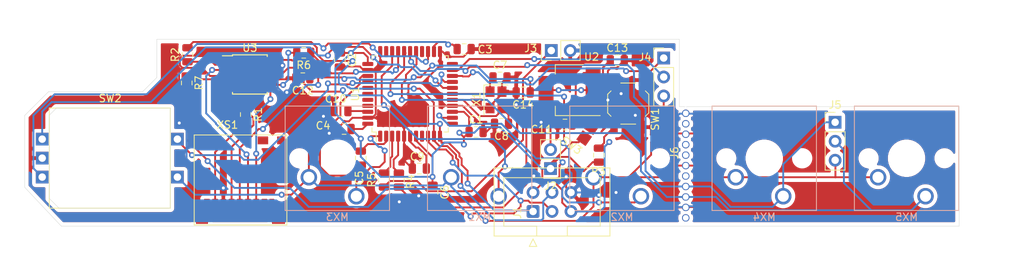
<source format=kicad_pcb>
(kicad_pcb (version 20171130) (host pcbnew "(5.1.6)-1")
  (layers (0 F.Cu signal) (31 B.Cu signal) (34 B.Paste user) (35 F.Paste user) (36 B.SilkS user) (37 F.SilkS user) (38 B.Mask user) (39 F.Mask user) (44 Edge.Cuts user))
  (net 0 "")
  (net 1 GND)
  (net 2 "Net-(C7-Pad1)")
  (net 3 "Net-(C8-Pad1)")
  (net 4 "Net-(C9-Pad1)")
  (net 5 "Net-(C10-Pad1)")
  (net 6 /3.3V)
  (net 7 /MOSI)
  (net 8 /RESET)
  (net 9 /SCK)
  (net 10 /MISO)
  (net 11 /A0)
  (net 12 /D9)
  (net 13 /D6)
  (net 14 /D5)
  (net 15 "Net-(R1-Pad2)")
  (net 16 "Net-(R1-Pad1)")
  (net 17 "Net-(R2-Pad1)")
  (net 18 "Net-(R4-Pad2)")
  (net 19 /D+)
  (net 20 "Net-(R5-Pad2)")
  (net 21 /D-)
  (net 22 "Net-(R6-Pad2)")
  (net 23 /CS)
  (net 24 "Net-(R7-Pad1)")
  (net 25 /D4)
  (net 26 /D3)
  (net 27 /D2)
  (net 28 "Net-(U1-Pad41)")
  (net 29 "Net-(U1-Pad40)")
  (net 30 "Net-(U1-Pad39)")
  (net 31 "Net-(U1-Pad38)")
  (net 32 "Net-(U1-Pad37)")
  (net 33 /D8)
  (net 34 "Net-(U1-Pad22)")
  (net 35 "Net-(U1-Pad8)")
  (net 36 VBUS)
  (net 37 /D7)
  (net 38 "Net-(U3-Pad8)")
  (net 39 "Net-(U3-Pad6)")
  (net 40 "Net-(U3-Pad3)")
  (net 41 "Net-(XS1-Pad8)")
  (net 42 "Net-(XS1-Pad1)")
  (net 43 "Net-(XS1-Pad9)")
  (net 44 /D11)
  (net 45 /D13)
  (net 46 /D12)
  (net 47 /D1)
  (net 48 /D0)
  (net 49 "Net-(C11-Pad1)")
  (module Pikatea_SDcard_reader:XUNPU_TF-110 (layer F.Cu) (at 117.9 102)
    (fp_text reference XS1 (at -1.75 -1.55) (layer F.SilkS))
    (fp_text value SD_ebay-uSD-push_push_SMD)
    (pad 15 smd rect (at -5.6 4.75) (size 0.725 1.2) (layers F.Cu F.Paste F.Mask))
    (pad 18 smd rect (at 5.6125 5.45) (size 0.725 1.2) (layers F.Cu F.Paste F.Mask))
    (pad 10 smd rect (at 5.4625 2.975) (size 1.025 1.15) (layers F.Cu F.Paste F.Mask))
    (pad 17 smd rect (at 5.0875 10.95) (size 1.775 1.5) (layers F.Cu F.Paste F.Mask))
    (pad 16 smd rect (at -5.1625 10.95) (size 1.625 1.5) (layers F.Cu F.Paste F.Mask))
    (pad 8 smd rect (at -4.5 9.025) (size 0.75 1.35) (layers F.Cu F.Paste F.Mask) (net 41 "Net-(XS1-Pad8)"))
    (pad 7 smd rect (at -3.4 9.025) (size 0.75 1.35) (layers F.Cu F.Paste F.Mask) (net 15 "Net-(R1-Pad2)"))
    (pad 6 smd rect (at -2.3 9.025) (size 0.75 1.35) (layers F.Cu F.Paste F.Mask) (net 1 GND))
    (pad 5 smd rect (at -1.2 9.025) (size 0.75 1.35) (layers F.Cu F.Paste F.Mask) (net 39 "Net-(U3-Pad6)"))
    (pad 4 smd rect (at -0.1 9.025) (size 0.75 1.35) (layers F.Cu F.Paste F.Mask) (net 6 /3.3V))
    (pad 3 smd rect (at 1 9.025) (size 0.75 1.35) (layers F.Cu F.Paste F.Mask) (net 40 "Net-(U3-Pad3)"))
    (pad 2 smd rect (at 2.1 9.025) (size 0.75 1.35) (layers F.Cu F.Paste F.Mask) (net 38 "Net-(U3-Pad8)"))
    (pad 1 smd rect (at 3.2 9.025) (size 0.75 1.35) (layers F.Cu F.Paste F.Mask) (net 42 "Net-(XS1-Pad1)"))
    (pad 9 smd rect (at 4.19 9.025) (size 0.65 1.35) (layers F.Cu F.Paste F.Mask) (net 43 "Net-(XS1-Pad9)"))
    (pad 13 smd rect (at -3.8 0.525) (size 1.4 1.05) (layers F.Cu F.Paste F.Mask))
    (pad 14 smd rect (at -5.4375 0.525) (size 1.075 1.05) (layers F.Cu F.Paste F.Mask))
    (pad 11 smd rect (at 5.4375 0.525) (size 1.075 1.05) (layers F.Cu F.Paste F.Mask))
    (pad 12 smd rect (at 3 0.525) (size 1.4 1.05) (layers F.Cu F.Paste F.Mask))
  )
  (module "Pikatea Macropad Encoder Side Mount:Breakaway-Throughole" (layer F.Cu) (at 177.5 106 90)
    (fp_text reference J6 (at 1.8 -1.5 90) (layer F.SilkS))
    (fp_text value Conn_01x04_Male)
    (pad "" np_thru_hole circle (at 7.8 0 90) (size 0.4 0.4) (drill 0.4) (layers *.Cu *.Mask))
    (pad "" np_thru_hole circle (at 6.4 0 90) (size 0.4 0.4) (drill 0.4) (layers *.Cu *.Mask))
    (pad "" np_thru_hole circle (at 5 0 90) (size 0.4 0.4) (drill 0.4) (layers *.Cu *.Mask))
    (pad "" np_thru_hole circle (at 3.6 0 90) (size 0.4 0.4) (drill 0.4) (layers *.Cu *.Mask))
    (pad "" np_thru_hole circle (at 2.2 0 90) (size 0.4 0.4) (drill 0.4) (layers *.Cu *.Mask))
    (pad "" np_thru_hole circle (at 0.8 0 90) (size 0.4 0.4) (drill 0.4) (layers *.Cu *.Mask))
    (pad "" np_thru_hole circle (at -0.6 0 90) (size 0.4 0.4) (drill 0.4) (layers *.Cu *.Mask))
    (pad "" np_thru_hole circle (at -2 0 90) (size 0.4 0.4) (drill 0.4) (layers *.Cu *.Mask))
    (pad "" np_thru_hole circle (at -3.4 0 90) (size 0.4 0.4) (drill 0.4) (layers *.Cu *.Mask))
    (pad "" np_thru_hole circle (at -4.8 0 90) (size 0.4 0.4) (drill 0.4) (layers *.Cu *.Mask))
    (pad "" np_thru_hole circle (at -6.2 0 90) (size 0.4 0.4) (drill 0.4) (layers *.Cu *.Mask))
    (pad "" np_thru_hole circle (at -7.6 0 90) (size 0.4 0.4) (drill 0.4) (layers *.Cu *.Mask))
    (pad 1 thru_hole circle (at 7.1 0 90) (size 1 1) (drill 0.75) (layers *.Cu *.Mask) (net 1 GND))
    (pad 1 thru_hole circle (at -6.9 0 90) (size 1 1) (drill 0.75) (layers *.Cu *.Mask) (net 1 GND))
    (pad 1 thru_hole circle (at -5.5 0 90) (size 1 1) (drill 0.75) (layers *.Cu *.Mask) (net 1 GND))
    (pad 3 thru_hole circle (at -4.1 0 90) (size 1 1) (drill 0.75) (layers *.Cu *.Mask) (net 13 /D6))
    (pad 2 thru_hole circle (at -2.7 0 90) (size 1 1) (drill 0.75) (layers *.Cu *.Mask) (net 33 /D8))
    (pad 1 thru_hole circle (at -1.3 0 90) (size 1 1) (drill 0.75) (layers *.Cu *.Mask) (net 1 GND))
    (pad 1 thru_hole circle (at 5.7 0 90) (size 1 1) (drill 0.75) (layers *.Cu *.Mask) (net 1 GND))
    (pad 1 thru_hole circle (at 4.3 0 90) (size 1 1) (drill 0.75) (layers *.Cu *.Mask) (net 1 GND))
    (pad 1 thru_hole circle (at 2.9 0 90) (size 1 1) (drill 0.75) (layers *.Cu *.Mask) (net 1 GND))
    (pad 1 thru_hole circle (at 1.5 0 90) (size 1 1) (drill 0.75) (layers *.Cu *.Mask) (net 1 GND))
    (pad 4 thru_hole circle (at 0.1 0 90) (size 1 1) (drill 0.75) (layers *.Cu *.Mask) (net 11 /A0))
  )
  (module Connector_PinHeader_2.54mm:PinHeader_1x03_P2.54mm_Vertical (layer F.Cu) (at 197.5 100.1)
    (fp_text reference J5 (at 0 -2.33) (layer F.SilkS))
    (fp_text value Conn_01x03_Male)
    (pad 3 thru_hole oval (at 0 5.08) (size 1.7 1.7) (drill 1) (layers *.Cu *.Mask) (net 11 /A0))
    (pad 2 thru_hole oval (at 0 2.54) (size 1.7 1.7) (drill 1) (layers *.Cu *.Mask) (net 13 /D6))
    (pad 1 thru_hole rect (at 0 0) (size 1.7 1.7) (drill 1) (layers *.Cu *.Mask) (net 33 /D8))
  )
  (module Button_Switch_Keyboard:SW_Cherry_MX_1.00u_PCB (layer B.Cu) (at 209.6 110)
    (fp_text reference MX5 (at -2.54 2.794) (layer B.SilkS) (effects (justify mirror)))
    (fp_text value MX-NoLED)
    (pad "" np_thru_hole circle (at 2.54 -5.08) (size 1.7 1.7) (drill 1.7) (layers *.Cu *.Mask))
    (pad "" np_thru_hole circle (at -7.62 -5.08) (size 1.7 1.7) (drill 1.7) (layers *.Cu *.Mask))
    (pad "" np_thru_hole circle (at -2.54 -5.08) (size 4 4) (drill 4) (layers *.Cu *.Mask))
    (pad 2 thru_hole circle (at -6.35 -2.54) (size 2.2 2.2) (drill 1.5) (layers *.Cu *.Mask) (net 11 /A0))
    (pad 1 thru_hole circle (at 0 0) (size 2.2 2.2) (drill 1.5) (layers *.Cu *.Mask) (net 13 /D6))
  )
  (module Button_Switch_Keyboard:SW_Cherry_MX_1.00u_PCB (layer B.Cu) (at 190.55 110)
    (fp_text reference MX4 (at -2.54 2.794) (layer B.SilkS) (effects (justify mirror)))
    (fp_text value MX-NoLED)
    (pad "" np_thru_hole circle (at 2.54 -5.08) (size 1.7 1.7) (drill 1.7) (layers *.Cu *.Mask))
    (pad "" np_thru_hole circle (at -7.62 -5.08) (size 1.7 1.7) (drill 1.7) (layers *.Cu *.Mask))
    (pad "" np_thru_hole circle (at -2.54 -5.08) (size 4 4) (drill 4) (layers *.Cu *.Mask))
    (pad 2 thru_hole circle (at -6.35 -2.54) (size 2.2 2.2) (drill 1.5) (layers *.Cu *.Mask) (net 11 /A0))
    (pad 1 thru_hole circle (at 0 0) (size 2.2 2.2) (drill 1.5) (layers *.Cu *.Mask) (net 33 /D8))
  )
  (module Connector_PinHeader_2.54mm:PinHeader_1x03_P2.54mm_Vertical (layer F.Cu) (at 174.55 91.5)
    (fp_text reference J4 (at -2.5 -0.1) (layer F.SilkS))
    (fp_text value Conn_01x03_Male)
    (pad 3 thru_hole oval (at 0 5.08) (size 1.7 1.7) (drill 1) (layers *.Cu *.Mask) (net 11 /A0))
    (pad 2 thru_hole oval (at 0 2.54) (size 1.7 1.7) (drill 1) (layers *.Cu *.Mask) (net 47 /D1))
    (pad 1 thru_hole rect (at 0 0) (size 1.7 1.7) (drill 1) (layers *.Cu *.Mask) (net 48 /D0))
  )
  (module "Pikatea Macropad Encoder Side Mount:Pikatea_Solder_switch" (layer F.Cu) (at 163.98 102.28 55)
    (fp_text reference SW3 (at -1.774586 -0.9304 145) (layer F.SilkS))
    (fp_text value SW_SPST)
    (pad 2 smd rect (at 1.8 -0.1 55) (size 1.524 1.524) (layers F.Cu F.Paste F.Mask) (net 49 "Net-(C11-Pad1)"))
    (pad 1 smd rect (at 0 -0.1 55) (size 1.524 1.524) (layers F.Cu F.Paste F.Mask) (net 36 VBUS))
  )
  (module Capacitor_SMD:C_0805_2012Metric (layer F.Cu) (at 168.3375 91.8)
    (fp_text reference C13 (at 0 -1.65) (layer F.SilkS))
    (fp_text value 10uF)
    (pad 2 smd roundrect (at 0.9375 0) (size 0.975 1.4) (layers F.Cu F.Paste F.Mask) (net 1 GND))
    (pad 1 smd roundrect (at -0.9375 0) (size 0.975 1.4) (layers F.Cu F.Paste F.Mask) (net 6 /3.3V))
  )
  (module Connector_PinHeader_2.54mm:PinHeader_1x02_P2.54mm_Vertical (layer F.Cu) (at 159.5 90.5 90)
    (fp_text reference J3 (at 0.3 -2.75 180) (layer F.SilkS))
    (fp_text value Conn_01x02_Male)
    (pad 2 thru_hole oval (at 0 2.54 90) (size 1.7 1.7) (drill 1) (layers *.Cu *.Mask) (net 1 GND))
    (pad 1 thru_hole rect (at 0 0 90) (size 1.7 1.7) (drill 1) (layers *.Cu *.Mask) (net 21 /D-))
  )
  (module Connector_PinHeader_2.54mm:PinHeader_1x02_P2.54mm_Vertical (layer F.Cu) (at 159.4 106.3 180)
    (fp_text reference J2 (at 0 -2.33) (layer F.SilkS))
    (fp_text value Conn_01x02_Male)
    (pad 2 thru_hole oval (at 0 2.54 180) (size 1.7 1.7) (drill 1) (layers *.Cu *.Mask) (net 19 /D+))
    (pad 1 thru_hole rect (at 0 0 180) (size 1.7 1.7) (drill 1) (layers *.Cu *.Mask) (net 36 VBUS))
  )
  (module Package_SO:TSSOP-14-1EP_4.4x5mm_P0.65mm (layer F.Cu) (at 119.15 93.7)
    (fp_text reference U3 (at 0 -3.55) (layer F.SilkS))
    (fp_text value 74LVC125APW,118)
    (pad 15 smd rect (at -0.75 -0.9) (size 1.5 1.8) (layers F.Cu F.Paste F.Mask))
    (pad 14 smd rect (at 2.95 -1.95) (size 1.45 0.45) (layers F.Cu F.Paste F.Mask) (net 6 /3.3V))
    (pad 13 smd rect (at 2.95 -1.3) (size 1.45 0.45) (layers F.Cu F.Paste F.Mask) (net 1 GND))
    (pad 12 smd rect (at 2.95 -0.65) (size 1.45 0.45) (layers F.Cu F.Paste F.Mask) (net 16 "Net-(R1-Pad1)"))
    (pad 11 smd rect (at 2.95 0) (size 1.45 0.45) (layers F.Cu F.Paste F.Mask) (net 10 /MISO))
    (pad 10 smd rect (at 2.95 0.65) (size 1.45 0.45) (layers F.Cu F.Paste F.Mask) (net 1 GND))
    (pad 9 smd rect (at 2.95 1.3) (size 1.45 0.45) (layers F.Cu F.Paste F.Mask) (net 22 "Net-(R6-Pad2)"))
    (pad 8 smd rect (at 2.95 1.95) (size 1.45 0.45) (layers F.Cu F.Paste F.Mask) (net 38 "Net-(U3-Pad8)"))
    (pad 7 smd rect (at -2.95 1.95) (size 1.45 0.45) (layers F.Cu F.Paste F.Mask) (net 1 GND))
    (pad 6 smd rect (at -2.95 1.3) (size 1.45 0.45) (layers F.Cu F.Paste F.Mask) (net 39 "Net-(U3-Pad6)"))
    (pad 5 smd rect (at -2.95 0.65) (size 1.45 0.45) (layers F.Cu F.Paste F.Mask) (net 24 "Net-(R7-Pad1)"))
    (pad 4 smd rect (at -2.95 0) (size 1.45 0.45) (layers F.Cu F.Paste F.Mask) (net 1 GND))
    (pad 3 smd rect (at -2.95 -0.65) (size 1.45 0.45) (layers F.Cu F.Paste F.Mask) (net 40 "Net-(U3-Pad3)"))
    (pad 2 smd rect (at -2.95 -1.3) (size 1.45 0.45) (layers F.Cu F.Paste F.Mask) (net 17 "Net-(R2-Pad1)"))
    (pad 1 smd rect (at -2.95 -1.95) (size 1.45 0.45) (layers F.Cu F.Paste F.Mask) (net 1 GND))
    (pad 15 smd rect (at 0.75 -0.9) (size 1.5 1.8) (layers F.Cu F.Paste F.Mask))
    (pad 15 smd rect (at 0.75 0.9) (size 1.5 1.8) (layers F.Cu F.Paste F.Mask))
    (pad 15 smd rect (at -0.75 0.9) (size 1.5 1.8) (layers F.Cu F.Paste F.Mask))
  )
  (module Package_TO_SOT_SMD:SOT-223-3_TabPin2 (layer F.Cu) (at 161.95 95.8 180)
    (fp_text reference U2 (at -2.95 4.45) (layer F.SilkS))
    (fp_text value AMS1117-3.3)
    (pad 1 smd rect (at -3.15 -2.3 180) (size 2 1.5) (layers F.Cu F.Paste F.Mask) (net 1 GND))
    (pad 3 smd rect (at -3.15 2.3 180) (size 2 1.5) (layers F.Cu F.Paste F.Mask) (net 49 "Net-(C11-Pad1)"))
    (pad 2 smd rect (at -3.15 0 180) (size 2 1.5) (layers F.Cu F.Paste F.Mask) (net 6 /3.3V))
    (pad 2 smd rect (at 3.15 0 180) (size 2 3.8) (layers F.Cu F.Paste F.Mask) (net 6 /3.3V))
  )
  (module Button_Switch_SMD:SW_SPST_TL3342 (layer F.Cu) (at 169.8 97.6 270)
    (fp_text reference SW1 (at 2.1 -3.6 90) (layer F.SilkS))
    (fp_text value SW_DPST)
    (pad 2 smd rect (at 3.15 1.9 270) (size 1.7 1) (layers F.Cu F.Paste F.Mask) (net 8 /RESET))
    (pad 2 smd rect (at -3.15 1.9 270) (size 1.7 1) (layers F.Cu F.Paste F.Mask) (net 8 /RESET))
    (pad 1 smd rect (at 3.15 -1.9 270) (size 1.7 1) (layers F.Cu F.Paste F.Mask) (net 1 GND))
    (pad 1 smd rect (at -3.15 -1.9 270) (size 1.7 1) (layers F.Cu F.Paste F.Mask) (net 1 GND))
  )
  (module Resistor_SMD:R_0805_2012Metric (layer F.Cu) (at 110.7 94.8375 270)
    (fp_text reference R7 (at 0 -1.65 90) (layer F.SilkS))
    (fp_text value 3.3K)
    (pad 2 smd roundrect (at 0.9375 0 270) (size 0.975 1.4) (layers F.Cu F.Paste F.Mask) (net 9 /SCK))
    (pad 1 smd roundrect (at -0.9375 0 270) (size 0.975 1.4) (layers F.Cu F.Paste F.Mask) (net 24 "Net-(R7-Pad1)"))
  )
  (module Resistor_SMD:R_0805_2012Metric (layer F.Cu) (at 126.3625 90.8 180)
    (fp_text reference R6 (at 0 -1.65) (layer F.SilkS))
    (fp_text value 3.3K)
    (pad 2 smd roundrect (at 0.9375 0 180) (size 0.975 1.4) (layers F.Cu F.Paste F.Mask) (net 22 "Net-(R6-Pad2)"))
    (pad 1 smd roundrect (at -0.9375 0 180) (size 0.975 1.4) (layers F.Cu F.Paste F.Mask) (net 23 /CS))
  )
  (module Resistor_SMD:R_0805_2012Metric (layer F.Cu) (at 165.88 104.5025 90)
    (fp_text reference R3 (at -2.1975 -0.08 180) (layer F.SilkS))
    (fp_text value 10K)
    (pad 2 smd roundrect (at 0.9375 0 90) (size 0.975 1.4) (layers F.Cu F.Paste F.Mask) (net 8 /RESET))
    (pad 1 smd roundrect (at -0.9375 0 90) (size 0.975 1.4) (layers F.Cu F.Paste F.Mask) (net 36 VBUS))
  )
  (module Resistor_SMD:R_0805_2012Metric (layer F.Cu) (at 110.8 91.0625 90)
    (fp_text reference R2 (at 0 -1.65 90) (layer F.SilkS))
    (fp_text value 3.3K)
    (pad 2 smd roundrect (at 0.9375 0 90) (size 0.975 1.4) (layers F.Cu F.Paste F.Mask) (net 7 /MOSI))
    (pad 1 smd roundrect (at -0.9375 0 90) (size 0.975 1.4) (layers F.Cu F.Paste F.Mask) (net 17 "Net-(R2-Pad1)"))
  )
  (module Resistor_SMD:R_0805_2012Metric (layer F.Cu) (at 118.6 99.0625 270)
    (fp_text reference R1 (at 0 -1.65 90) (layer F.SilkS))
    (fp_text value 3.3K)
    (pad 2 smd roundrect (at 0.9375 0 270) (size 0.975 1.4) (layers F.Cu F.Paste F.Mask) (net 15 "Net-(R1-Pad2)"))
    (pad 1 smd roundrect (at -0.9375 0 270) (size 0.975 1.4) (layers F.Cu F.Paste F.Mask) (net 16 "Net-(R1-Pad1)"))
  )
  (module Connector_IDC:IDC-Header_2x03_P2.54mm_Vertical (layer F.Cu) (at 157.06 112.04 90)
    (fp_text reference J1 (at -0.16 -2.11 90) (layer F.SilkS))
    (fp_text value AVR-ISP-6)
    (pad 6 thru_hole circle (at 2.54 5.08 90) (size 1.7 1.7) (drill 1) (layers *.Cu *.Mask) (net 1 GND))
    (pad 4 thru_hole circle (at 2.54 2.54 90) (size 1.7 1.7) (drill 1) (layers *.Cu *.Mask) (net 7 /MOSI))
    (pad 2 thru_hole circle (at 2.54 0 90) (size 1.7 1.7) (drill 1) (layers *.Cu *.Mask) (net 36 VBUS))
    (pad 5 thru_hole circle (at 0 5.08 90) (size 1.7 1.7) (drill 1) (layers *.Cu *.Mask) (net 8 /RESET))
    (pad 3 thru_hole circle (at 0 2.54 90) (size 1.7 1.7) (drill 1) (layers *.Cu *.Mask) (net 9 /SCK))
    (pad 1 thru_hole roundrect (at 0 0 90) (size 1.7 1.7) (drill 1) (layers *.Cu *.Mask) (roundrect_rratio 0.147059) (net 10 /MISO))
  )
  (module Capacitor_SMD:C_0805_2012Metric (layer F.Cu) (at 155.7375 96.1 180)
    (fp_text reference C14 (at 0 -1.65) (layer F.SilkS))
    (fp_text value 100nF)
    (pad 2 smd roundrect (at 0.9375 0 180) (size 0.975 1.4) (layers F.Cu F.Paste F.Mask) (net 1 GND))
    (pad 1 smd roundrect (at -0.9375 0 180) (size 0.975 1.4) (layers F.Cu F.Paste F.Mask) (net 6 /3.3V))
  )
  (module Capacitor_SMD:C_0805_2012Metric (layer F.Cu) (at 126.2375 94.2 180)
    (fp_text reference C12 (at 0 -1.65) (layer F.SilkS))
    (fp_text value 100nF)
    (pad 2 smd roundrect (at 0.9375 0 180) (size 0.975 1.4) (layers F.Cu F.Paste F.Mask) (net 1 GND))
    (pad 1 smd roundrect (at -0.9375 0 180) (size 0.975 1.4) (layers F.Cu F.Paste F.Mask) (net 6 /3.3V))
  )
  (module Capacitor_SMD:C_0805_2012Metric (layer F.Cu) (at 161.3375 100.4 180)
    (fp_text reference C11 (at 3.1375 -0.65) (layer F.SilkS))
    (fp_text value 100nF)
    (pad 2 smd roundrect (at 0.9375 0 180) (size 0.975 1.4) (layers F.Cu F.Paste F.Mask) (net 1 GND))
    (pad 1 smd roundrect (at -0.9375 0 180) (size 0.975 1.4) (layers F.Cu F.Paste F.Mask) (net 49 "Net-(C11-Pad1)"))
  )
  (module "Pikatea Macropad Encoder Side Mount:Encoder-BI_EN11_HSM0E" (layer F.Cu) (at 100.4 104.9)
    (fp_text reference SW2 (at 0.05 -8) (layer F.SilkS))
    (fp_text value Rotary_Encoder_Switch)
    (pad S1 thru_hole rect (at 9.05 -2.54) (size 1.7 1.7) (drill 1) (layers *.Cu *.Mask) (net 27 /D2))
    (pad S2 thru_hole rect (at 9.05 2.54) (size 1.7 1.7) (drill 1) (layers *.Cu *.Mask) (net 11 /A0))
    (pad C thru_hole rect (at -9.05 0) (size 1.7 1.7) (drill 1) (layers *.Cu *.Mask) (net 1 GND))
    (pad B thru_hole rect (at -9.05 -2.54) (size 1.7 1.7) (drill 1) (layers *.Cu *.Mask) (net 26 /D3))
    (pad A thru_hole rect (at -9.05 2.54) (size 1.7 1.7) (drill 1) (layers *.Cu *.Mask) (net 25 /D4))
  )
  (module Crystal:Crystal_SMD_SeikoEpson_FA238-4Pin_3.2x2.5mm (layer F.Cu) (at 152.1 97.1 270)
    (fp_text reference X1 (at -0.1 2.6 90) (layer F.SilkS))
    (fp_text value 16MHz)
    (pad 4 smd rect (at -1.1 -0.8 270) (size 1.4 1.2) (layers F.Cu F.Paste F.Mask) (net 1 GND))
    (pad 3 smd rect (at 1.1 -0.8 270) (size 1.4 1.2) (layers F.Cu F.Paste F.Mask) (net 3 "Net-(C8-Pad1)"))
    (pad 2 smd rect (at 1.1 0.8 270) (size 1.4 1.2) (layers F.Cu F.Paste F.Mask) (net 1 GND))
    (pad 1 smd rect (at -1.1 0.8 270) (size 1.4 1.2) (layers F.Cu F.Paste F.Mask) (net 2 "Net-(C7-Pad1)"))
  )
  (module Package_QFP:LQFP-44_10x10mm_P0.8mm (layer F.Cu) (at 140.6 96.3 90)
    (fp_text reference U1 (at 0 -7.35 90) (layer F.SilkS))
    (fp_text value ATMEGA32U4-EP)
    (pad 44 smd roundrect (at -4 -5.6625 90) (size 0.55 1.475) (layers F.Cu F.Paste F.Mask) (net 36 VBUS))
    (pad 43 smd roundrect (at -3.2 -5.6625 90) (size 0.55 1.475) (layers F.Cu F.Paste F.Mask) (net 1 GND))
    (pad 42 smd roundrect (at -2.4 -5.6625 90) (size 0.55 1.475) (layers F.Cu F.Paste F.Mask) (net 5 "Net-(C10-Pad1)"))
    (pad 41 smd roundrect (at -1.6 -5.6625 90) (size 0.55 1.475) (layers F.Cu F.Paste F.Mask) (net 28 "Net-(U1-Pad41)"))
    (pad 40 smd roundrect (at -0.8 -5.6625 90) (size 0.55 1.475) (layers F.Cu F.Paste F.Mask) (net 29 "Net-(U1-Pad40)"))
    (pad 39 smd roundrect (at 0 -5.6625 90) (size 0.55 1.475) (layers F.Cu F.Paste F.Mask) (net 30 "Net-(U1-Pad39)"))
    (pad 38 smd roundrect (at 0.8 -5.6625 90) (size 0.55 1.475) (layers F.Cu F.Paste F.Mask) (net 31 "Net-(U1-Pad38)"))
    (pad 37 smd roundrect (at 1.6 -5.6625 90) (size 0.55 1.475) (layers F.Cu F.Paste F.Mask) (net 32 "Net-(U1-Pad37)"))
    (pad 36 smd roundrect (at 2.4 -5.6625 90) (size 0.55 1.475) (layers F.Cu F.Paste F.Mask) (net 11 /A0))
    (pad 35 smd roundrect (at 3.2 -5.6625 90) (size 0.55 1.475) (layers F.Cu F.Paste F.Mask) (net 1 GND))
    (pad 34 smd roundrect (at 4 -5.6625 90) (size 0.55 1.475) (layers F.Cu F.Paste F.Mask) (net 36 VBUS))
    (pad 33 smd roundrect (at 5.6625 -4 90) (size 1.475 0.55) (layers F.Cu F.Paste F.Mask) (net 1 GND))
    (pad 32 smd roundrect (at 5.6625 -3.2 90) (size 1.475 0.55) (layers F.Cu F.Paste F.Mask) (net 45 /D13))
    (pad 31 smd roundrect (at 5.6625 -2.4 90) (size 1.475 0.55) (layers F.Cu F.Paste F.Mask) (net 14 /D5))
    (pad 30 smd roundrect (at 5.6625 -1.6 90) (size 1.475 0.55) (layers F.Cu F.Paste F.Mask) (net 23 /CS))
    (pad 29 smd roundrect (at 5.6625 -0.8 90) (size 1.475 0.55) (layers F.Cu F.Paste F.Mask) (net 12 /D9))
    (pad 28 smd roundrect (at 5.6625 0 90) (size 1.475 0.55) (layers F.Cu F.Paste F.Mask) (net 33 /D8))
    (pad 27 smd roundrect (at 5.6625 0.8 90) (size 1.475 0.55) (layers F.Cu F.Paste F.Mask) (net 13 /D6))
    (pad 26 smd roundrect (at 5.6625 1.6 90) (size 1.475 0.55) (layers F.Cu F.Paste F.Mask) (net 46 /D12))
    (pad 25 smd roundrect (at 5.6625 2.4 90) (size 1.475 0.55) (layers F.Cu F.Paste F.Mask) (net 25 /D4))
    (pad 24 smd roundrect (at 5.6625 3.2 90) (size 1.475 0.55) (layers F.Cu F.Paste F.Mask) (net 36 VBUS))
    (pad 23 smd roundrect (at 5.6625 4 90) (size 1.475 0.55) (layers F.Cu F.Paste F.Mask) (net 1 GND))
    (pad 22 smd roundrect (at 4 5.6625 90) (size 0.55 1.475) (layers F.Cu F.Paste F.Mask) (net 34 "Net-(U1-Pad22)"))
    (pad 21 smd roundrect (at 3.2 5.6625 90) (size 0.55 1.475) (layers F.Cu F.Paste F.Mask) (net 47 /D1))
    (pad 20 smd roundrect (at 2.4 5.6625 90) (size 0.55 1.475) (layers F.Cu F.Paste F.Mask) (net 48 /D0))
    (pad 19 smd roundrect (at 1.6 5.6625 90) (size 0.55 1.475) (layers F.Cu F.Paste F.Mask) (net 27 /D2))
    (pad 18 smd roundrect (at 0.8 5.6625 90) (size 0.55 1.475) (layers F.Cu F.Paste F.Mask) (net 26 /D3))
    (pad 17 smd roundrect (at 0 5.6625 90) (size 0.55 1.475) (layers F.Cu F.Paste F.Mask) (net 2 "Net-(C7-Pad1)"))
    (pad 16 smd roundrect (at -0.8 5.6625 90) (size 0.55 1.475) (layers F.Cu F.Paste F.Mask) (net 3 "Net-(C8-Pad1)"))
    (pad 15 smd roundrect (at -1.6 5.6625 90) (size 0.55 1.475) (layers F.Cu F.Paste F.Mask) (net 1 GND))
    (pad 14 smd roundrect (at -2.4 5.6625 90) (size 0.55 1.475) (layers F.Cu F.Paste F.Mask) (net 36 VBUS))
    (pad 13 smd roundrect (at -3.2 5.6625 90) (size 0.55 1.475) (layers F.Cu F.Paste F.Mask) (net 8 /RESET))
    (pad 12 smd roundrect (at -4 5.6625 90) (size 0.55 1.475) (layers F.Cu F.Paste F.Mask) (net 44 /D11))
    (pad 11 smd roundrect (at -5.6625 4 90) (size 1.475 0.55) (layers F.Cu F.Paste F.Mask) (net 10 /MISO))
    (pad 10 smd roundrect (at -5.6625 3.2 90) (size 1.475 0.55) (layers F.Cu F.Paste F.Mask) (net 7 /MOSI))
    (pad 9 smd roundrect (at -5.6625 2.4 90) (size 1.475 0.55) (layers F.Cu F.Paste F.Mask) (net 9 /SCK))
    (pad 8 smd roundrect (at -5.6625 1.6 90) (size 1.475 0.55) (layers F.Cu F.Paste F.Mask) (net 35 "Net-(U1-Pad8)"))
    (pad 7 smd roundrect (at -5.6625 0.8 90) (size 1.475 0.55) (layers F.Cu F.Paste F.Mask) (net 36 VBUS))
    (pad 6 smd roundrect (at -5.6625 0 90) (size 1.475 0.55) (layers F.Cu F.Paste F.Mask) (net 4 "Net-(C9-Pad1)"))
    (pad 5 smd roundrect (at -5.6625 -0.8 90) (size 1.475 0.55) (layers F.Cu F.Paste F.Mask) (net 1 GND))
    (pad 4 smd roundrect (at -5.6625 -1.6 90) (size 1.475 0.55) (layers F.Cu F.Paste F.Mask) (net 18 "Net-(R4-Pad2)"))
    (pad 3 smd roundrect (at -5.6625 -2.4 90) (size 1.475 0.55) (layers F.Cu F.Paste F.Mask) (net 20 "Net-(R5-Pad2)"))
    (pad 2 smd roundrect (at -5.6625 -3.2 90) (size 1.475 0.55) (layers F.Cu F.Paste F.Mask) (net 36 VBUS))
    (pad 1 smd roundrect (at -5.6625 -4 90) (size 1.475 0.55) (layers F.Cu F.Paste F.Mask) (net 37 /D7))
  )
  (module Resistor_SMD:R_0805_2012Metric (layer F.Cu) (at 137.1 107.8375 90)
    (fp_text reference R5 (at 0 -1.65 90) (layer F.SilkS))
    (fp_text value 22)
    (pad 2 smd roundrect (at 0.9375 0 90) (size 0.975 1.4) (layers F.Cu F.Paste F.Mask) (net 20 "Net-(R5-Pad2)"))
    (pad 1 smd roundrect (at -0.9375 0 90) (size 0.975 1.4) (layers F.Cu F.Paste F.Mask) (net 21 /D-))
  )
  (module Resistor_SMD:R_0805_2012Metric (layer F.Cu) (at 139.1 107.8375 90)
    (fp_text reference R4 (at -0.2125 1.55 90) (layer F.SilkS))
    (fp_text value 22)
    (pad 2 smd roundrect (at 0.9375 0 90) (size 0.975 1.4) (layers F.Cu F.Paste F.Mask) (net 18 "Net-(R4-Pad2)"))
    (pad 1 smd roundrect (at -0.9375 0 90) (size 0.975 1.4) (layers F.Cu F.Paste F.Mask) (net 19 /D+))
  )
  (module Button_Switch_Keyboard:SW_Cherry_MX_1.00u_PCB (layer B.Cu) (at 133.4 110)
    (fp_text reference MX3 (at -2.54 2.794) (layer B.SilkS) (effects (justify mirror)))
    (fp_text value MX-NoLED)
    (pad "" np_thru_hole circle (at 2.54 -5.08) (size 1.7 1.7) (drill 1.7) (layers *.Cu *.Mask))
    (pad "" np_thru_hole circle (at -7.62 -5.08) (size 1.7 1.7) (drill 1.7) (layers *.Cu *.Mask))
    (pad "" np_thru_hole circle (at -2.54 -5.08) (size 4 4) (drill 4) (layers *.Cu *.Mask))
    (pad 2 thru_hole circle (at -6.35 -2.54) (size 2.2 2.2) (drill 1.5) (layers *.Cu *.Mask) (net 11 /A0))
    (pad 1 thru_hole circle (at 0 0) (size 2.2 2.2) (drill 1.5) (layers *.Cu *.Mask) (net 37 /D7))
  )
  (module Button_Switch_Keyboard:SW_Cherry_MX_1.00u_PCB (layer B.Cu) (at 171.5 110)
    (fp_text reference MX2 (at -2.54 2.794) (layer B.SilkS) (effects (justify mirror)))
    (fp_text value MX-NoLED)
    (pad "" np_thru_hole circle (at 2.54 -5.08) (size 1.7 1.7) (drill 1.7) (layers *.Cu *.Mask))
    (pad "" np_thru_hole circle (at -7.62 -5.08) (size 1.7 1.7) (drill 1.7) (layers *.Cu *.Mask))
    (pad "" np_thru_hole circle (at -2.54 -5.08) (size 4 4) (drill 4) (layers *.Cu *.Mask))
    (pad 2 thru_hole circle (at -6.35 -2.54) (size 2.2 2.2) (drill 1.5) (layers *.Cu *.Mask) (net 11 /A0))
    (pad 1 thru_hole circle (at 0 0) (size 2.2 2.2) (drill 1.5) (layers *.Cu *.Mask) (net 12 /D9))
  )
  (module Button_Switch_Keyboard:SW_Cherry_MX_1.00u_PCB (layer B.Cu) (at 152.45 110)
    (fp_text reference MX1 (at -2.54 2.794) (layer B.SilkS) (effects (justify mirror)))
    (fp_text value MX-NoLED)
    (pad "" np_thru_hole circle (at 2.54 -5.08) (size 1.7 1.7) (drill 1.7) (layers *.Cu *.Mask))
    (pad "" np_thru_hole circle (at -7.62 -5.08) (size 1.7 1.7) (drill 1.7) (layers *.Cu *.Mask))
    (pad "" np_thru_hole circle (at -2.54 -5.08) (size 4 4) (drill 4) (layers *.Cu *.Mask))
    (pad 2 thru_hole circle (at -6.35 -2.54) (size 2.2 2.2) (drill 1.5) (layers *.Cu *.Mask) (net 11 /A0))
    (pad 1 thru_hole circle (at 0 0) (size 2.2 2.2) (drill 1.5) (layers *.Cu *.Mask) (net 14 /D5))
  )
  (module Capacitor_SMD:C_0805_2012Metric (layer F.Cu) (at 131.3375 98.6 180)
    (fp_text reference C10 (at 0.6875 1.65) (layer F.SilkS))
    (fp_text value 0u1)
    (pad 2 smd roundrect (at 0.9375 0 180) (size 0.975 1.4) (layers F.Cu F.Paste F.Mask) (net 1 GND))
    (pad 1 smd roundrect (at -0.9375 0 180) (size 0.975 1.4) (layers F.Cu F.Paste F.Mask) (net 5 "Net-(C10-Pad1)"))
  )
  (module Capacitor_SMD:C_0805_2012Metric (layer F.Cu) (at 141.8375 106.3 180)
    (fp_text reference C9 (at 0.2875 1.6) (layer F.SilkS))
    (fp_text value 1u)
    (pad 2 smd roundrect (at 0.9375 0 180) (size 0.975 1.4) (layers F.Cu F.Paste F.Mask) (net 1 GND))
    (pad 1 smd roundrect (at -0.9375 0 180) (size 0.975 1.4) (layers F.Cu F.Paste F.Mask) (net 4 "Net-(C9-Pad1)"))
  )
  (module Capacitor_SMD:C_0805_2012Metric (layer F.Cu) (at 152.8375 100.3 180)
    (fp_text reference C8 (at 0 -1.65) (layer F.SilkS))
    (fp_text value 22p)
    (pad 2 smd roundrect (at 0.9375 0 180) (size 0.975 1.4) (layers F.Cu F.Paste F.Mask) (net 1 GND))
    (pad 1 smd roundrect (at -0.9375 0 180) (size 0.975 1.4) (layers F.Cu F.Paste F.Mask) (net 3 "Net-(C8-Pad1)"))
  )
  (module Capacitor_SMD:C_0805_2012Metric (layer F.Cu) (at 152.6375 94.1)
    (fp_text reference C7 (at 0 -1.65) (layer F.SilkS))
    (fp_text value 22p)
    (pad 2 smd roundrect (at 0.9375 0) (size 0.975 1.4) (layers F.Cu F.Paste F.Mask) (net 1 GND))
    (pad 1 smd roundrect (at -0.9375 0) (size 0.975 1.4) (layers F.Cu F.Paste F.Mask) (net 2 "Net-(C7-Pad1)"))
  )
  (module Capacitor_SMD:C_0805_2012Metric (layer F.Cu) (at 143.6 109.4625 270)
    (fp_text reference C6 (at 0 -1.65 90) (layer F.SilkS))
    (fp_text value 4u7)
    (pad 2 smd roundrect (at 0.9375 0 270) (size 0.975 1.4) (layers F.Cu F.Paste F.Mask) (net 1 GND))
    (pad 1 smd roundrect (at -0.9375 0 270) (size 0.975 1.4) (layers F.Cu F.Paste F.Mask) (net 36 VBUS))
  )
  (module Capacitor_SMD:C_0805_2012Metric (layer F.Cu) (at 134 104.9 270)
    (fp_text reference C5 (at 2.65 0.2 90) (layer F.SilkS))
    (fp_text value 0u1)
    (pad 2 smd roundrect (at 0.9375 0 270) (size 0.975 1.4) (layers F.Cu F.Paste F.Mask) (net 1 GND))
    (pad 1 smd roundrect (at -0.9375 0 270) (size 0.975 1.4) (layers F.Cu F.Paste F.Mask) (net 36 VBUS))
  )
  (module Capacitor_SMD:C_0805_2012Metric (layer F.Cu) (at 131.7625 101 180)
    (fp_text reference C4 (at 2.8125 0.45) (layer F.SilkS))
    (fp_text value 0u1)
    (pad 2 smd roundrect (at 0.9375 0 180) (size 0.975 1.4) (layers F.Cu F.Paste F.Mask) (net 1 GND))
    (pad 1 smd roundrect (at -0.9375 0 180) (size 0.975 1.4) (layers F.Cu F.Paste F.Mask) (net 36 VBUS))
  )
  (module Capacitor_SMD:C_0805_2012Metric (layer F.Cu) (at 147.8375 90.3)
    (fp_text reference C3 (at 2.8125 0.05) (layer F.SilkS))
    (fp_text value 0u1)
    (pad 2 smd roundrect (at 0.9375 0) (size 0.975 1.4) (layers F.Cu F.Paste F.Mask) (net 1 GND))
    (pad 1 smd roundrect (at -0.9375 0) (size 0.975 1.4) (layers F.Cu F.Paste F.Mask) (net 36 VBUS))
  )
  (module Capacitor_SMD:C_0805_2012Metric (layer F.Cu) (at 131.2 91.7625 270)
    (fp_text reference C2 (at 0 -1.65 90) (layer F.SilkS))
    (fp_text value 0u1)
    (pad 2 smd roundrect (at 0.9375 0 270) (size 0.975 1.4) (layers F.Cu F.Paste F.Mask) (net 1 GND))
    (pad 1 smd roundrect (at -0.9375 0 270) (size 0.975 1.4) (layers F.Cu F.Paste F.Mask) (net 36 VBUS))
  )
  (module Capacitor_SMD:C_0805_2012Metric (layer F.Cu) (at 149.4375 101.4)
    (fp_text reference C1 (at 0 -1.65) (layer F.SilkS))
    (fp_text value 0u1)
    (pad 2 smd roundrect (at 0.9375 0) (size 0.975 1.4) (layers F.Cu F.Paste F.Mask) (net 1 GND))
    (pad 1 smd roundrect (at -0.9375 0) (size 0.975 1.4) (layers F.Cu F.Paste F.Mask) (net 36 VBUS))
  )
  (gr_line (start 92.3 99.15) (end 93.25 98.2) (layer Edge.Cuts) (width 0.05))
  (gr_line (start 176.65 89) (end 176.65 98) (layer Edge.Cuts) (width 0.05))
  (gr_line (start 176.65 98) (end 214.1 98) (layer Edge.Cuts) (width 0.05))
  (gr_line (start 106.7 94.1) (end 106.7 89) (layer Edge.Cuts) (width 0.05))
  (gr_line (start 104.8 96) (end 106.7 94.1) (layer Edge.Cuts) (width 0.05))
  (gr_line (start 92.2 96) (end 104.8 96) (layer Edge.Cuts) (width 0.05))
  (gr_line (start 89 99.2) (end 92.2 96) (layer Edge.Cuts) (width 0.05))
  (gr_line (start 89 108.8) (end 93.9 114) (layer Edge.Cuts) (width 0.05))
  (gr_line (start 93.6 111.6) (end 108.5 111.6) (layer Edge.Cuts) (width 0.05))
  (gr_line (start 92.3 110.3) (end 93.6 111.6) (layer Edge.Cuts) (width 0.05))
  (gr_line (start 92.3 99.15) (end 92.3 110.3) (layer Edge.Cuts) (width 0.05))
  (gr_line (start 108.5 98.2) (end 93.25 98.2) (layer Edge.Cuts) (width 0.05))
  (gr_line (start 108.5 111.6) (end 108.5 98.2) (layer Edge.Cuts) (width 0.05))
  (gr_line (start 176.65 89) (end 106.7 89) (layer Edge.Cuts) (width 0.05))
  (gr_line (start 89 99.2) (end 89 108.8) (layer Edge.Cuts) (width 0.05))
  (gr_line (start 214.1 114) (end 214.1 98) (layer Edge.Cuts) (width 0.05))
  (gr_line (start 214.1 114) (end 93.9 114) (layer Edge.Cuts) (width 0.05))
  (segment (start 144.6 90.6375) (end 144.9375 90.6375) (width 0.25) (layer F.Cu) (net 1))
  (segment (start 150.8 101.4) (end 151.9 100.3) (width 0.25) (layer F.Cu) (net 1))
  (segment (start 150.375 101.4) (end 150.8 101.4) (width 0.25) (layer F.Cu) (net 1))
  (segment (start 151.9 100.3) (end 149.6 100.3) (width 0.25) (layer F.Cu) (net 1))
  (segment (start 147.63641 97.9) (end 146.2625 97.9) (width 0.25) (layer F.Cu) (net 1))
  (segment (start 149.6 99.86359) (end 147.63641 97.9) (width 0.25) (layer F.Cu) (net 1))
  (segment (start 149.6 100.3) (end 149.6 99.86359) (width 0.25) (layer F.Cu) (net 1))
  (segment (start 151.3 98.2) (end 150.1 98.2) (width 0.25) (layer F.Cu) (net 1))
  (segment (start 150.1 98.2) (end 149.6 97.7) (width 0.25) (layer F.Cu) (net 1))
  (segment (start 152.9 94.775) (end 153.575 94.1) (width 0.25) (layer F.Cu) (net 1))
  (segment (start 152.9 96) (end 152.9 94.775) (width 0.25) (layer F.Cu) (net 1))
  (segment (start 152.9 96.314998) (end 152.9 96) (width 0.25) (layer F.Cu) (net 1))
  (segment (start 151.3 97.914998) (end 152.9 96.314998) (width 0.25) (layer F.Cu) (net 1))
  (segment (start 151.3 98.2) (end 151.3 97.914998) (width 0.25) (layer F.Cu) (net 1))
  (segment (start 134.9375 99.5) (end 137.8 99.5) (width 0.25) (layer F.Cu) (net 1))
  (segment (start 137.8 99.5) (end 138.7 98.6) (width 0.25) (layer F.Cu) (net 1))
  (segment (start 139.8 99.7) (end 139.8 101.9625) (width 0.25) (layer F.Cu) (net 1))
  (segment (start 138.7 98.6) (end 139.8 99.7) (width 0.25) (layer F.Cu) (net 1))
  (segment (start 144.6 92.5) (end 144.6 90.6375) (width 0.25) (layer F.Cu) (net 1))
  (segment (start 142.3 94.8) (end 144.6 92.5) (width 0.25) (layer F.Cu) (net 1))
  (segment (start 145.4 97.9) (end 146.2625 97.9) (width 0.25) (layer F.Cu) (net 1))
  (segment (start 142.3 94.8) (end 145.4 97.9) (width 0.25) (layer F.Cu) (net 1))
  (segment (start 139.8 105.2) (end 139.8 101.9625) (width 0.25) (layer F.Cu) (net 1))
  (segment (start 140.9 106.3) (end 139.8 105.2) (width 0.25) (layer F.Cu) (net 1))
  (segment (start 131.6 93.1) (end 131.2 92.7) (width 0.25) (layer F.Cu) (net 1))
  (segment (start 147.74999 91.32501) (end 148.775 90.3) (width 0.25) (layer F.Cu) (net 1))
  (segment (start 145.62501 91.32501) (end 147.74999 91.32501) (width 0.25) (layer F.Cu) (net 1))
  (segment (start 144.9375 90.6375) (end 145.62501 91.32501) (width 0.25) (layer F.Cu) (net 1))
  (via (at 156.7 97.8) (size 0.8) (drill 0.4) (layers F.Cu B.Cu) (net 1))
  (segment (start 167.47499 92.82501) (end 168.24999 92.82501) (width 0.25) (layer F.Cu) (net 1))
  (segment (start 167.074999 93.225001) (end 167.47499 92.82501) (width 0.25) (layer F.Cu) (net 1))
  (segment (start 167.074999 97.375001) (end 167.074999 97.125001) (width 0.25) (layer F.Cu) (net 1))
  (segment (start 168.24999 92.82501) (end 169.275 91.8) (width 0.25) (layer F.Cu) (net 1))
  (segment (start 166.35 98.1) (end 167.074999 97.375001) (width 0.25) (layer F.Cu) (net 1))
  (segment (start 165.1 98.1) (end 166.35 98.1) (width 0.25) (layer F.Cu) (net 1))
  (segment (start 167.074999 97.125001) (end 167.074999 93.225001) (width 0.25) (layer F.Cu) (net 1))
  (via (at 167.074999 97.125001) (size 0.8) (drill 0.4) (layers F.Cu B.Cu) (net 1))
  (segment (start 125.15 94.35) (end 122.1 94.35) (width 0.25) (layer F.Cu) (net 1))
  (segment (start 125.3 94.2) (end 125.15 94.35) (width 0.25) (layer F.Cu) (net 1))
  (segment (start 122.985002 92.4) (end 122.1 92.4) (width 0.25) (layer F.Cu) (net 1))
  (segment (start 123.075 94.35) (end 123.150001 94.274999) (width 0.25) (layer F.Cu) (net 1))
  (segment (start 122.1 94.35) (end 123.075 94.35) (width 0.25) (layer F.Cu) (net 1))
  (segment (start 121.214998 92.4) (end 122.1 92.4) (width 0.25) (layer F.Cu) (net 1))
  (segment (start 121.049999 92.235001) (end 121.214998 92.4) (width 0.25) (layer F.Cu) (net 1))
  (segment (start 121.049999 91.574999) (end 121.049999 92.235001) (width 0.25) (layer F.Cu) (net 1))
  (segment (start 116.375001 91.574999) (end 121.049999 91.574999) (width 0.25) (layer F.Cu) (net 1))
  (segment (start 116.2 91.75) (end 116.375001 91.574999) (width 0.25) (layer F.Cu) (net 1))
  (segment (start 115.314998 93.7) (end 116.2 93.7) (width 0.25) (layer F.Cu) (net 1))
  (segment (start 113.826998 93.9) (end 115.114998 93.9) (width 0.25) (layer F.Cu) (net 1))
  (segment (start 112.739508 92.81251) (end 113.826998 93.9) (width 0.25) (layer F.Cu) (net 1))
  (segment (start 110.10816 92.81251) (end 112.739508 92.81251) (width 0.25) (layer F.Cu) (net 1))
  (segment (start 109.77499 92.47934) (end 110.10816 92.81251) (width 0.25) (layer F.Cu) (net 1))
  (segment (start 115.114998 93.9) (end 115.314998 93.7) (width 0.25) (layer F.Cu) (net 1))
  (segment (start 109.77499 91.52066) (end 109.77499 92.47934) (width 0.25) (layer F.Cu) (net 1))
  (segment (start 110.10816 91.18749) (end 109.77499 91.52066) (width 0.25) (layer F.Cu) (net 1))
  (segment (start 115.63749 91.18749) (end 110.10816 91.18749) (width 0.25) (layer F.Cu) (net 1))
  (segment (start 116.2 91.75) (end 115.63749 91.18749) (width 0.25) (layer F.Cu) (net 1))
  (segment (start 117.085002 93.7) (end 116.2 93.7) (width 0.25) (layer F.Cu) (net 1))
  (segment (start 117.250001 93.864999) (end 117.085002 93.7) (width 0.25) (layer F.Cu) (net 1))
  (segment (start 117.250001 95.485001) (end 117.250001 93.864999) (width 0.25) (layer F.Cu) (net 1))
  (segment (start 117.085002 95.65) (end 117.250001 95.485001) (width 0.25) (layer F.Cu) (net 1))
  (segment (start 116.2 95.65) (end 117.085002 95.65) (width 0.25) (layer F.Cu) (net 1))
  (via (at 123.5 92.5) (size 0.8) (drill 0.4) (layers F.Cu B.Cu) (net 1))
  (segment (start 122.985002 92.4) (end 123.035011 92.349991) (width 0.25) (layer F.Cu) (net 1))
  (segment (start 123.349991 92.349991) (end 123.5 92.5) (width 0.25) (layer F.Cu) (net 1))
  (segment (start 123.035011 92.349991) (end 123.349991 92.349991) (width 0.25) (layer F.Cu) (net 1))
  (segment (start 125.3 94.2) (end 125.3 94.9) (width 0.25) (layer F.Cu) (net 1))
  (via (at 124.1 96.1) (size 0.8) (drill 0.4) (layers F.Cu B.Cu) (net 1))
  (segment (start 125.3 94.9) (end 124.1 96.1) (width 0.25) (layer F.Cu) (net 1))
  (segment (start 122.874999 93.125001) (end 123.5 92.5) (width 0.25) (layer B.Cu) (net 1))
  (segment (start 122.874999 95.448001) (end 122.874999 93.125001) (width 0.25) (layer B.Cu) (net 1))
  (segment (start 123.526998 96.1) (end 122.874999 95.448001) (width 0.25) (layer B.Cu) (net 1))
  (segment (start 124.1 96.1) (end 123.526998 96.1) (width 0.25) (layer B.Cu) (net 1))
  (via (at 129 99.3) (size 0.8) (drill 0.4) (layers F.Cu B.Cu) (net 1))
  (segment (start 130.4 98.6) (end 129.7 98.6) (width 0.25) (layer F.Cu) (net 1))
  (segment (start 129.7 98.6) (end 129 99.3) (width 0.25) (layer F.Cu) (net 1))
  (segment (start 129 99.3) (end 129.772978 100.072978) (width 0.25) (layer B.Cu) (net 1))
  (via (at 129.772978 101.572978) (size 0.8) (drill 0.4) (layers F.Cu B.Cu) (net 1))
  (segment (start 129.772978 100.072978) (end 129.772978 101.572978) (width 0.25) (layer B.Cu) (net 1))
  (segment (start 130.252022 101.572978) (end 130.825 101) (width 0.25) (layer F.Cu) (net 1))
  (segment (start 129.772978 101.572978) (end 130.252022 101.572978) (width 0.25) (layer F.Cu) (net 1))
  (segment (start 133.87499 92.629078) (end 133.729078 92.629078) (width 0.25) (layer F.Cu) (net 1))
  (segment (start 134.9375 93.1) (end 134.345912 93.1) (width 0.25) (layer F.Cu) (net 1))
  (segment (start 134.345912 93.1) (end 133.87499 92.629078) (width 0.25) (layer F.Cu) (net 1))
  (segment (start 133.729078 92.629078) (end 133.725001 92.625001) (width 0.25) (layer F.Cu) (net 1))
  (segment (start 131.274999 92.625001) (end 131.2 92.7) (width 0.25) (layer F.Cu) (net 1))
  (segment (start 133.725001 92.625001) (end 131.274999 92.625001) (width 0.25) (layer F.Cu) (net 1))
  (via (at 109.7 100.2) (size 0.8) (drill 0.4) (layers F.Cu B.Cu) (net 1))
  (segment (start 109.67499 100.17499) (end 109.7 100.2) (width 0.25) (layer F.Cu) (net 1))
  (segment (start 110.10816 92.81251) (end 109.67499 93.24568) (width 0.25) (layer F.Cu) (net 1))
  (segment (start 109.67499 93.24568) (end 109.67499 100.17499) (width 0.25) (layer F.Cu) (net 1))
  (segment (start 110.674999 104.974999) (end 111.5 105.8) (width 0.25) (layer B.Cu) (net 1))
  (segment (start 109.7 100.2) (end 110.674999 101.174999) (width 0.25) (layer B.Cu) (net 1))
  (segment (start 110.674999 101.174999) (end 110.674999 104.974999) (width 0.25) (layer B.Cu) (net 1))
  (via (at 115.6 108.9) (size 0.8) (drill 0.4) (layers F.Cu B.Cu) (net 1))
  (segment (start 111.5 105.8) (end 112.5 105.8) (width 0.25) (layer B.Cu) (net 1))
  (segment (start 112.5 105.8) (end 115.6 108.9) (width 0.25) (layer B.Cu) (net 1))
  (segment (start 115.6 108.9) (end 115.6 111.025) (width 0.25) (layer F.Cu) (net 1))
  (segment (start 131.85001 99.97499) (end 130.825 101) (width 0.25) (layer F.Cu) (net 1))
  (segment (start 132.87935 99.5) (end 132.40436 99.97499) (width 0.25) (layer F.Cu) (net 1))
  (segment (start 132.40436 99.97499) (end 131.85001 99.97499) (width 0.25) (layer F.Cu) (net 1))
  (segment (start 134.9375 99.5) (end 132.87935 99.5) (width 0.25) (layer F.Cu) (net 1))
  (segment (start 136.6 92.175) (end 135.675 93.1) (width 0.25) (layer F.Cu) (net 1))
  (segment (start 136.6 90.6375) (end 136.6 92.175) (width 0.25) (layer F.Cu) (net 1))
  (segment (start 135.529088 99.5) (end 134.9375 99.5) (width 0.25) (layer F.Cu) (net 1))
  (segment (start 136.00001 93.42501) (end 136.00001 99.029078) (width 0.25) (layer F.Cu) (net 1))
  (segment (start 136.00001 99.029078) (end 135.529088 99.5) (width 0.25) (layer F.Cu) (net 1))
  (segment (start 135.675 93.1) (end 136.00001 93.42501) (width 0.25) (layer F.Cu) (net 1))
  (segment (start 134.9375 93.1) (end 135.675 93.1) (width 0.25) (layer F.Cu) (net 1))
  (segment (start 140.663408 94.8) (end 142.3 94.8) (width 0.25) (layer F.Cu) (net 1))
  (segment (start 140.374999 95.088409) (end 140.663408 94.8) (width 0.25) (layer F.Cu) (net 1))
  (segment (start 140.374999 97.298003) (end 140.374999 95.088409) (width 0.25) (layer F.Cu) (net 1))
  (segment (start 139.073002 98.6) (end 140.374999 97.298003) (width 0.25) (layer F.Cu) (net 1))
  (segment (start 138.7 98.6) (end 139.073002 98.6) (width 0.25) (layer F.Cu) (net 1))
  (segment (start 157.099999 98.199999) (end 156.7 97.8) (width 0.25) (layer F.Cu) (net 1))
  (segment (start 158.899999 98.199999) (end 157.099999 98.199999) (width 0.25) (layer F.Cu) (net 1))
  (segment (start 160.4 99.7) (end 158.899999 98.199999) (width 0.25) (layer F.Cu) (net 1))
  (segment (start 160.4 100.4) (end 160.4 99.7) (width 0.25) (layer F.Cu) (net 1))
  (segment (start 128.534999 106.036001) (end 128.534999 102.810957) (width 0.25) (layer F.Cu) (net 1))
  (segment (start 129.743999 107.245001) (end 128.534999 106.036001) (width 0.25) (layer F.Cu) (net 1))
  (segment (start 132.592499 107.245001) (end 129.743999 107.245001) (width 0.25) (layer F.Cu) (net 1))
  (segment (start 128.534999 102.810957) (end 129.772978 101.572978) (width 0.25) (layer F.Cu) (net 1))
  (segment (start 134 105.8375) (end 132.592499 107.245001) (width 0.25) (layer F.Cu) (net 1))
  (via (at 154.8 97.74) (size 0.8) (drill 0.4) (layers F.Cu B.Cu) (net 1))
  (segment (start 156.7 97.8) (end 154.86 97.8) (width 0.25) (layer B.Cu) (net 1))
  (segment (start 154.86 97.8) (end 154.8 97.74) (width 0.25) (layer B.Cu) (net 1))
  (segment (start 154.8 97.74) (end 154.8 96.1) (width 0.25) (layer F.Cu) (net 1))
  (via (at 170.75 99.17) (size 0.8) (drill 0.4) (layers F.Cu B.Cu) (net 1))
  (segment (start 171.7 100.75) (end 171.7 100.12) (width 0.25) (layer F.Cu) (net 1))
  (segment (start 171.7 100.12) (end 170.75 99.17) (width 0.25) (layer F.Cu) (net 1))
  (segment (start 168.705001 97.125001) (end 167.074999 97.125001) (width 0.25) (layer B.Cu) (net 1))
  (segment (start 170.75 99.17) (end 168.705001 97.125001) (width 0.25) (layer B.Cu) (net 1))
  (via (at 168.85 96.27) (size 0.8) (drill 0.4) (layers F.Cu B.Cu) (net 1))
  (segment (start 168.705001 97.125001) (end 168.705001 96.414999) (width 0.25) (layer B.Cu) (net 1))
  (segment (start 168.705001 96.414999) (end 168.85 96.27) (width 0.25) (layer B.Cu) (net 1))
  (via (at 158.14 100.1) (size 0.8) (drill 0.4) (layers F.Cu B.Cu) (net 1))
  (via (at 157.16 107.29) (size 0.8) (drill 0.4) (layers F.Cu B.Cu) (net 1))
  (via (at 165.88 109.83) (size 0.8) (drill 0.4) (layers F.Cu B.Cu) (net 1))
  (segment (start 162.14 109.5) (end 165.55 109.5) (width 0.25) (layer B.Cu) (net 1))
  (segment (start 165.55 109.5) (end 165.88 109.83) (width 0.25) (layer B.Cu) (net 1))
  (segment (start 165.88 109.83) (end 167.92 109.83) (width 0.25) (layer F.Cu) (net 1))
  (via (at 168.17 109.5) (size 0.8) (drill 0.4) (layers F.Cu B.Cu) (net 1))
  (segment (start 167.92 109.83) (end 168.17 109.58) (width 0.25) (layer F.Cu) (net 1))
  (segment (start 168.17 109.58) (end 168.17 109.5) (width 0.25) (layer F.Cu) (net 1))
  (via (at 141.75 109.95) (size 0.8) (drill 0.4) (layers F.Cu B.Cu) (net 1))
  (via (at 139.15 110.75) (size 0.8) (drill 0.4) (layers F.Cu B.Cu) (net 1))
  (segment (start 157.16 107.29) (end 157.77 107.9) (width 0.25) (layer B.Cu) (net 1))
  (via (at 161.498305 107.397453) (size 0.8) (drill 0.4) (layers F.Cu B.Cu) (net 1))
  (segment (start 157.77 107.9) (end 160.995758 107.9) (width 0.25) (layer B.Cu) (net 1))
  (segment (start 160.995758 107.9) (end 161.498305 107.397453) (width 0.25) (layer B.Cu) (net 1))
  (segment (start 161.498305 108.858305) (end 162.14 109.5) (width 0.25) (layer F.Cu) (net 1))
  (segment (start 161.498305 107.397453) (end 161.498305 108.858305) (width 0.25) (layer F.Cu) (net 1))
  (segment (start 177.5 98.95) (end 178.45 98.95) (width 0.25) (layer B.Cu) (net 1))
  (segment (start 178.45 98.95) (end 179.3 99.8) (width 0.25) (layer B.Cu) (net 1))
  (segment (start 179.3 99.8) (end 179.85 100.35) (width 0.25) (layer B.Cu) (net 1))
  (segment (start 177.5 98.95) (end 176.7 98.95) (width 0.25) (layer B.Cu) (net 1))
  (segment (start 176.7 98.95) (end 175.5 100.15) (width 0.25) (layer B.Cu) (net 1))
  (segment (start 175.5 100.15) (end 175.5 100.4) (width 0.25) (layer B.Cu) (net 1))
  (segment (start 177.5 101.6) (end 175.95 101.6) (width 0.25) (layer F.Cu) (net 1))
  (segment (start 177.3 101.6) (end 178.85 101.6) (width 0.25) (layer F.Cu) (net 1))
  (segment (start 177.45 111.45) (end 179 111.45) (width 0.25) (layer F.Cu) (net 1))
  (segment (start 179 111.45) (end 179.05 111.4) (width 0.25) (layer F.Cu) (net 1))
  (segment (start 177.5 111.5) (end 176.4 111.5) (width 0.25) (layer F.Cu) (net 1))
  (segment (start 177.6 111.35) (end 179 111.35) (width 0.25) (layer B.Cu) (net 1))
  (segment (start 177.45 111.45) (end 175.95 111.45) (width 0.25) (layer B.Cu) (net 1))
  (segment (start 139.95 109.95) (end 139.15 110.75) (width 0.25) (layer B.Cu) (net 1))
  (segment (start 141.75 109.95) (end 139.95 109.95) (width 0.25) (layer B.Cu) (net 1))
  (segment (start 143.15 109.95) (end 143.6 110.4) (width 0.25) (layer F.Cu) (net 1))
  (segment (start 141.75 109.95) (end 143.15 109.95) (width 0.25) (layer F.Cu) (net 1))
  (segment (start 151 96.3) (end 146.2625 96.3) (width 0.25) (layer F.Cu) (net 2))
  (segment (start 151.3 96) (end 151 96.3) (width 0.25) (layer F.Cu) (net 2))
  (segment (start 151.3 94.5) (end 151.7 94.1) (width 0.25) (layer F.Cu) (net 2))
  (segment (start 151.3 96) (end 151.3 94.5) (width 0.25) (layer F.Cu) (net 2))
  (segment (start 152.110012 99.27499) (end 149.87499 99.27499) (width 0.25) (layer F.Cu) (net 3))
  (segment (start 152.9 98.2) (end 152.9 98.485002) (width 0.25) (layer F.Cu) (net 3))
  (segment (start 152.9 98.485002) (end 152.110012 99.27499) (width 0.25) (layer F.Cu) (net 3))
  (segment (start 147.7 97.1) (end 146.2625 97.1) (width 0.25) (layer F.Cu) (net 3))
  (segment (start 149.87499 99.27499) (end 147.7 97.1) (width 0.25) (layer F.Cu) (net 3))
  (segment (start 153.775 99.075) (end 152.9 98.2) (width 0.25) (layer F.Cu) (net 3))
  (segment (start 153.775 100.3) (end 153.775 99.075) (width 0.25) (layer F.Cu) (net 3))
  (segment (start 142.775 106.3) (end 142.775 104.565498) (width 0.25) (layer F.Cu) (net 4))
  (segment (start 142.775 104.565498) (end 141.704751 103.495249) (width 0.25) (layer F.Cu) (net 4))
  (segment (start 140.6 102.7) (end 140.6 101.9625) (width 0.25) (layer F.Cu) (net 4))
  (segment (start 141.395249 103.495249) (end 140.6 102.7) (width 0.25) (layer F.Cu) (net 4))
  (segment (start 141.704751 103.495249) (end 141.395249 103.495249) (width 0.25) (layer F.Cu) (net 4))
  (segment (start 134.8375 98.6) (end 134.9375 98.7) (width 0.25) (layer F.Cu) (net 5))
  (segment (start 132.275 98.6) (end 134.8375 98.6) (width 0.25) (layer F.Cu) (net 5))
  (segment (start 156.975 95.8) (end 156.675 96.1) (width 0.25) (layer F.Cu) (net 6))
  (segment (start 158.8 95.8) (end 156.975 95.8) (width 0.25) (layer F.Cu) (net 6))
  (segment (start 156.675 96.1) (end 156.675 94.350306) (width 0.25) (layer F.Cu) (net 6))
  (via (at 156.712653 94.312653) (size 0.8) (drill 0.4) (layers F.Cu B.Cu) (net 6))
  (segment (start 156.675 94.350306) (end 156.712653 94.312653) (width 0.25) (layer F.Cu) (net 6))
  (segment (start 127.275 94.1) (end 127.175 94.2) (width 0.25) (layer F.Cu) (net 6))
  (segment (start 166.425001 92.774999) (end 167.4 91.8) (width 0.25) (layer F.Cu) (net 6))
  (segment (start 166.425001 94.474999) (end 166.425001 92.774999) (width 0.25) (layer F.Cu) (net 6))
  (segment (start 165.1 95.8) (end 166.425001 94.474999) (width 0.25) (layer F.Cu) (net 6))
  (segment (start 127.175 94.439998) (end 127.175 94.2) (width 0.25) (layer F.Cu) (net 6))
  (segment (start 117.8 111.025) (end 117.8 103.814998) (width 0.25) (layer F.Cu) (net 6))
  (segment (start 124.725 91.75) (end 122.1 91.75) (width 0.25) (layer F.Cu) (net 6))
  (segment (start 127.175 92.275) (end 126.7 91.8) (width 0.25) (layer F.Cu) (net 6))
  (segment (start 126.7 91.8) (end 125.92935 91.8) (width 0.25) (layer F.Cu) (net 6))
  (segment (start 124.80001 91.82501) (end 124.725 91.75) (width 0.25) (layer F.Cu) (net 6))
  (segment (start 125.90434 91.82501) (end 124.80001 91.82501) (width 0.25) (layer F.Cu) (net 6))
  (segment (start 127.175 94.2) (end 127.175 92.275) (width 0.25) (layer F.Cu) (net 6))
  (segment (start 125.92935 91.8) (end 125.90434 91.82501) (width 0.25) (layer F.Cu) (net 6))
  (segment (start 156.7 94.3) (end 156.712653 94.312653) (width 0.25) (layer B.Cu) (net 6))
  (via (at 128.3 95.1) (size 0.8) (drill 0.4) (layers F.Cu B.Cu) (net 6))
  (segment (start 128.3 94.1) (end 128.3 95.1) (width 0.25) (layer F.Cu) (net 6))
  (segment (start 128.3 94.1) (end 127.275 94.1) (width 0.25) (layer F.Cu) (net 6))
  (via (at 120.9 101) (size 0.8) (drill 0.4) (layers F.Cu B.Cu) (net 6))
  (segment (start 128.3 95.1) (end 126.8 95.1) (width 0.25) (layer B.Cu) (net 6))
  (segment (start 126.8 95.1) (end 120.9 101) (width 0.25) (layer B.Cu) (net 6))
  (segment (start 117.8 103.534315) (end 117.8 103.814998) (width 0.25) (layer F.Cu) (net 6))
  (segment (start 120.334315 101) (end 117.8 103.534315) (width 0.25) (layer F.Cu) (net 6))
  (segment (start 120.9 101) (end 120.334315 101) (width 0.25) (layer F.Cu) (net 6))
  (via (at 131.8 94.3) (size 0.8) (drill 0.4) (layers F.Cu B.Cu) (net 6))
  (segment (start 128.3 94.1) (end 131.6 94.1) (width 0.25) (layer F.Cu) (net 6))
  (segment (start 131.6 94.1) (end 131.8 94.3) (width 0.25) (layer F.Cu) (net 6))
  (via (at 143.561354 92.513341) (size 0.8) (drill 0.4) (layers F.Cu B.Cu) (net 6))
  (segment (start 151.285655 94.312653) (end 156.712653 94.312653) (width 0.25) (layer B.Cu) (net 6))
  (segment (start 149.486343 92.513341) (end 151.285655 94.312653) (width 0.25) (layer B.Cu) (net 6))
  (segment (start 143.561354 92.513341) (end 149.486343 92.513341) (width 0.25) (layer B.Cu) (net 6))
  (via (at 163.5 95.8) (size 0.8) (drill 0.4) (layers F.Cu B.Cu) (net 6))
  (segment (start 165.1 95.8) (end 163.5 95.8) (width 0.25) (layer F.Cu) (net 6))
  (via (at 160.48751 95.8) (size 0.8) (drill 0.4) (layers F.Cu B.Cu) (net 6))
  (segment (start 163.5 95.8) (end 160.48751 95.8) (width 0.25) (layer B.Cu) (net 6))
  (segment (start 160.48751 95.8) (end 158.8 95.8) (width 0.25) (layer F.Cu) (net 6))
  (segment (start 143.561354 92.513341) (end 141.999695 94.075) (width 0.25) (layer F.Cu) (net 6))
  (segment (start 133.249784 94.124478) (end 131.975522 94.124478) (width 0.25) (layer B.Cu) (net 6))
  (segment (start 131.975522 94.124478) (end 131.8 94.3) (width 0.25) (layer B.Cu) (net 6))
  (segment (start 140.700531 94.399469) (end 133.524775 94.399469) (width 0.25) (layer B.Cu) (net 6))
  (segment (start 133.524775 94.399469) (end 133.249784 94.124478) (width 0.25) (layer B.Cu) (net 6))
  (via (at 141.09 94.075) (size 0.8) (drill 0.4) (layers F.Cu B.Cu) (net 6))
  (segment (start 141.999695 94.075) (end 141.09 94.075) (width 0.25) (layer F.Cu) (net 6))
  (segment (start 141.025 94.075) (end 140.700531 94.399469) (width 0.25) (layer B.Cu) (net 6))
  (segment (start 141.09 94.075) (end 141.025 94.075) (width 0.25) (layer B.Cu) (net 6))
  (via (at 147.350084 108.61251) (size 0.8) (drill 0.4) (layers F.Cu B.Cu) (net 7))
  (segment (start 158.424999 110.675001) (end 159.6 109.5) (width 0.25) (layer B.Cu) (net 7))
  (segment (start 158.424999 112.975001) (end 158.424999 110.675001) (width 0.25) (layer B.Cu) (net 7))
  (segment (start 158.18499 113.21501) (end 158.424999 112.975001) (width 0.25) (layer B.Cu) (net 7))
  (segment (start 151.952584 113.21501) (end 158.18499 113.21501) (width 0.25) (layer B.Cu) (net 7))
  (segment (start 147.350084 108.61251) (end 151.952584 113.21501) (width 0.25) (layer B.Cu) (net 7))
  (via (at 132.9 91.9) (size 0.8) (drill 0.4) (layers F.Cu B.Cu) (net 7))
  (via (at 141.1 95.6) (size 0.8) (drill 0.4) (layers F.Cu B.Cu) (net 7))
  (segment (start 141.1 95.6) (end 141.9 95.6) (width 0.25) (layer F.Cu) (net 7))
  (segment (start 143.774999 101.937499) (end 143.8 101.9625) (width 0.25) (layer F.Cu) (net 7))
  (segment (start 143.774999 97.474999) (end 143.774999 101.937499) (width 0.25) (layer F.Cu) (net 7))
  (segment (start 141.9 95.6) (end 143.774999 97.474999) (width 0.25) (layer F.Cu) (net 7))
  (segment (start 127.35436 89.35001) (end 111.57499 89.35001) (width 0.25) (layer F.Cu) (net 7))
  (segment (start 132.88749 91.88749) (end 129.0239 91.88749) (width 0.25) (layer F.Cu) (net 7))
  (segment (start 128.11251 90.9761) (end 128.11251 90.10816) (width 0.25) (layer F.Cu) (net 7))
  (segment (start 132.9 91.9) (end 132.88749 91.88749) (width 0.25) (layer F.Cu) (net 7))
  (segment (start 129.0239 91.88749) (end 128.11251 90.9761) (width 0.25) (layer F.Cu) (net 7))
  (segment (start 111.57499 89.35001) (end 110.8 90.125) (width 0.25) (layer F.Cu) (net 7))
  (segment (start 128.11251 90.10816) (end 127.35436 89.35001) (width 0.25) (layer F.Cu) (net 7))
  (segment (start 132.626998 95.6) (end 141.1 95.6) (width 0.25) (layer B.Cu) (net 7))
  (segment (start 131.948001 95.074999) (end 132.3 95.426998) (width 0.25) (layer B.Cu) (net 7))
  (segment (start 132.3 95.426998) (end 132.453996 95.426998) (width 0.25) (layer B.Cu) (net 7))
  (segment (start 131.3 93.5) (end 131.2 93.5) (width 0.25) (layer B.Cu) (net 7))
  (segment (start 131.274999 95.074999) (end 131.948001 95.074999) (width 0.25) (layer B.Cu) (net 7))
  (segment (start 132.9 91.9) (end 131.3 93.5) (width 0.25) (layer B.Cu) (net 7))
  (segment (start 131.05001 93.64999) (end 131.05001 94.85001) (width 0.25) (layer B.Cu) (net 7))
  (segment (start 131.2 93.5) (end 131.05001 93.64999) (width 0.25) (layer B.Cu) (net 7))
  (segment (start 132.453996 95.426998) (end 132.626998 95.6) (width 0.25) (layer B.Cu) (net 7))
  (segment (start 131.05001 94.85001) (end 131.274999 95.074999) (width 0.25) (layer B.Cu) (net 7))
  (segment (start 143.8 102.554088) (end 143.8 101.9625) (width 0.25) (layer F.Cu) (net 7))
  (segment (start 147.525001 106.775999) (end 147.049991 106.300989) (width 0.25) (layer F.Cu) (net 7))
  (segment (start 147.525001 108.437593) (end 147.525001 106.775999) (width 0.25) (layer F.Cu) (net 7))
  (segment (start 146.96 105.07) (end 146.943002 105.07) (width 0.25) (layer F.Cu) (net 7))
  (segment (start 147.350084 108.61251) (end 147.525001 108.437593) (width 0.25) (layer F.Cu) (net 7))
  (segment (start 144.540901 103.294989) (end 143.8 102.554088) (width 0.25) (layer F.Cu) (net 7))
  (segment (start 147.049991 106.300989) (end 147.049991 105.159991) (width 0.25) (layer F.Cu) (net 7))
  (segment (start 146.750009 104.464597) (end 145.580401 103.294989) (width 0.25) (layer F.Cu) (net 7))
  (segment (start 146.943002 105.07) (end 146.75001 104.877008) (width 0.25) (layer F.Cu) (net 7))
  (segment (start 146.75001 104.877008) (end 146.750009 104.464597) (width 0.25) (layer F.Cu) (net 7))
  (segment (start 147.049991 105.159991) (end 146.96 105.07) (width 0.25) (layer F.Cu) (net 7))
  (segment (start 145.580401 103.294989) (end 144.540901 103.294989) (width 0.25) (layer F.Cu) (net 7))
  (segment (start 167.9 100.75) (end 166.575001 102.074999) (width 0.25) (layer F.Cu) (net 8))
  (segment (start 167.9 100.75) (end 167.9 94.45) (width 0.25) (layer F.Cu) (net 8))
  (segment (start 146.2625 99.5) (end 144.8 99.5) (width 0.25) (layer F.Cu) (net 8))
  (via (at 144.5 99.2) (size 0.8) (drill 0.4) (layers F.Cu B.Cu) (net 8))
  (segment (start 144.8 99.5) (end 144.5 99.2) (width 0.25) (layer F.Cu) (net 8))
  (segment (start 167.55 100.4) (end 167.9 100.75) (width 0.25) (layer F.Cu) (net 8))
  (segment (start 148.574999 100.575001) (end 148.84999 100.30001) (width 0.25) (layer B.Cu) (net 8))
  (segment (start 144.5 99.2) (end 145.875001 100.575001) (width 0.25) (layer B.Cu) (net 8))
  (segment (start 145.875001 100.575001) (end 148.574999 100.575001) (width 0.25) (layer B.Cu) (net 8))
  (segment (start 148.84999 100.30001) (end 152.82719 100.30001) (width 0.25) (layer B.Cu) (net 8))
  (segment (start 152.82719 100.30001) (end 154.97719 102.45001) (width 0.25) (layer B.Cu) (net 8))
  (via (at 161.02 105.46) (size 0.8) (drill 0.4) (layers F.Cu B.Cu) (net 8))
  (segment (start 160.495001 104.935001) (end 161.02 105.46) (width 0.25) (layer B.Cu) (net 8))
  (segment (start 154.97719 102.45001) (end 157.462181 104.935001) (width 0.25) (layer B.Cu) (net 8))
  (segment (start 157.462181 104.935001) (end 160.495001 104.935001) (width 0.25) (layer B.Cu) (net 8))
  (segment (start 160.964999 110.864999) (end 162.14 112.04) (width 0.25) (layer F.Cu) (net 8))
  (segment (start 161.02 105.46) (end 160.964999 105.515001) (width 0.25) (layer F.Cu) (net 8))
  (segment (start 166.575001 102.869999) (end 165.88 103.565) (width 0.25) (layer F.Cu) (net 8))
  (segment (start 166.575001 102.074999) (end 166.575001 102.869999) (width 0.25) (layer F.Cu) (net 8))
  (via (at 167.27 102.74) (size 0.8) (drill 0.4) (layers F.Cu B.Cu) (net 8))
  (segment (start 165.88 103.565) (end 166.445 103.565) (width 0.25) (layer F.Cu) (net 8))
  (segment (start 166.445 103.565) (end 167.27 102.74) (width 0.25) (layer F.Cu) (net 8))
  (segment (start 166.634999 103.375001) (end 167.27 102.74) (width 0.25) (layer B.Cu) (net 8))
  (segment (start 162.14 112.04) (end 166.04 112.04) (width 0.25) (layer B.Cu) (net 8))
  (segment (start 166.634999 111.445001) (end 166.634999 103.375001) (width 0.25) (layer B.Cu) (net 8))
  (segment (start 166.04 112.04) (end 166.634999 111.445001) (width 0.25) (layer B.Cu) (net 8))
  (segment (start 160.964999 110.864999) (end 160.964999 109.164999) (width 0.25) (layer F.Cu) (net 8))
  (segment (start 160.964999 109.164999) (end 160.2 108.4) (width 0.25) (layer F.Cu) (net 8))
  (segment (start 160.2 108.4) (end 160.2 107.6) (width 0.25) (layer F.Cu) (net 8))
  (segment (start 160.385002 107.6) (end 160.6 107.385002) (width 0.25) (layer F.Cu) (net 8))
  (segment (start 160.2 107.6) (end 160.385002 107.6) (width 0.25) (layer F.Cu) (net 8))
  (segment (start 160.6 105.88) (end 161.02 105.46) (width 0.25) (layer F.Cu) (net 8))
  (segment (start 160.6 107.385002) (end 160.6 105.88) (width 0.25) (layer F.Cu) (net 8))
  (via (at 146.3 105.5) (size 0.8) (drill 0.4) (layers F.Cu B.Cu) (net 9))
  (segment (start 143 102.7) (end 144.044999 103.744999) (width 0.25) (layer F.Cu) (net 9))
  (segment (start 146.3 104.650998) (end 146.3 105.5) (width 0.25) (layer F.Cu) (net 9))
  (segment (start 143 101.9625) (end 143 102.7) (width 0.25) (layer F.Cu) (net 9))
  (segment (start 144.044999 103.744999) (end 145.394001 103.744999) (width 0.25) (layer F.Cu) (net 9))
  (segment (start 145.394001 103.744999) (end 146.3 104.650998) (width 0.25) (layer F.Cu) (net 9))
  (via (at 155.4 110.6) (size 0.8) (drill 0.4) (layers F.Cu B.Cu) (net 9))
  (segment (start 146.3 105.5) (end 148.045001 107.245001) (width 0.25) (layer B.Cu) (net 9))
  (segment (start 152.045001 107.245001) (end 155.4 110.6) (width 0.25) (layer B.Cu) (net 9))
  (segment (start 148.045001 107.245001) (end 152.045001 107.245001) (width 0.25) (layer B.Cu) (net 9))
  (segment (start 158.42499 110.86499) (end 159.6 112.04) (width 0.25) (layer F.Cu) (net 9))
  (segment (start 156.685988 110.86499) (end 158.42499 110.86499) (width 0.25) (layer F.Cu) (net 9))
  (segment (start 156.420998 110.6) (end 156.685988 110.86499) (width 0.25) (layer F.Cu) (net 9))
  (segment (start 155.4 110.6) (end 156.420998 110.6) (width 0.25) (layer F.Cu) (net 9))
  (via (at 113.5 105.3) (size 0.8) (drill 0.4) (layers F.Cu B.Cu) (net 9))
  (segment (start 113.5 105.210002) (end 113.5 105.3) (width 0.25) (layer F.Cu) (net 9))
  (segment (start 110.7 95.775) (end 110.7 102.410002) (width 0.25) (layer F.Cu) (net 9))
  (segment (start 110.7 102.410002) (end 113.5 105.210002) (width 0.25) (layer F.Cu) (net 9))
  (via (at 148.7 112.7) (size 0.8) (drill 0.4) (layers F.Cu B.Cu) (net 9))
  (segment (start 149.099999 112.300001) (end 154.499999 112.300001) (width 0.25) (layer F.Cu) (net 9))
  (segment (start 148.7 112.7) (end 149.099999 112.300001) (width 0.25) (layer F.Cu) (net 9))
  (segment (start 155.4 111.4) (end 155.4 110.6) (width 0.25) (layer F.Cu) (net 9))
  (segment (start 154.499999 112.300001) (end 155.4 111.4) (width 0.25) (layer F.Cu) (net 9))
  (segment (start 145.010009 109.010009) (end 148.7 112.7) (width 0.25) (layer B.Cu) (net 9))
  (segment (start 137.389991 109.010009) (end 145.010009 109.010009) (width 0.25) (layer B.Cu) (net 9))
  (segment (start 113.5 105.3) (end 117.085001 108.885001) (width 0.25) (layer B.Cu) (net 9))
  (segment (start 134.974999 111.425001) (end 137.389991 109.010009) (width 0.25) (layer B.Cu) (net 9))
  (segment (start 117.085001 108.885001) (end 124.485001 108.885001) (width 0.25) (layer B.Cu) (net 9))
  (segment (start 124.485001 108.885001) (end 127.025001 111.425001) (width 0.25) (layer B.Cu) (net 9))
  (segment (start 127.025001 111.425001) (end 134.974999 111.425001) (width 0.25) (layer B.Cu) (net 9))
  (via (at 148.3 108.3) (size 0.8) (drill 0.4) (layers F.Cu B.Cu) (net 10))
  (segment (start 148.3 108.3) (end 148.3 106.6) (width 0.25) (layer F.Cu) (net 10))
  (segment (start 148.3 106.6) (end 147.5 105.8) (width 0.25) (layer F.Cu) (net 10))
  (segment (start 148.3 108.3) (end 151.9 111.9) (width 0.25) (layer B.Cu) (net 10))
  (segment (start 156.92 111.9) (end 157.06 112.04) (width 0.25) (layer B.Cu) (net 10))
  (segment (start 151.9 111.9) (end 156.92 111.9) (width 0.25) (layer B.Cu) (net 10))
  (segment (start 122.1 93.7) (end 123.4 93.7) (width 0.25) (layer F.Cu) (net 10))
  (segment (start 123.4 93.7) (end 124.3 92.8) (width 0.25) (layer F.Cu) (net 10))
  (segment (start 124.3 92.8) (end 126.1 92.8) (width 0.25) (layer F.Cu) (net 10))
  (segment (start 126.36249 94.89184) (end 127.47065 96) (width 0.25) (layer F.Cu) (net 10))
  (segment (start 126.1 92.8) (end 126.36249 93.06249) (width 0.25) (layer F.Cu) (net 10))
  (segment (start 126.36249 93.06249) (end 126.36249 94.89184) (width 0.25) (layer F.Cu) (net 10))
  (via (at 144.587347 100.312653) (size 0.8) (drill 0.4) (layers F.Cu B.Cu) (net 10))
  (segment (start 144.587347 101.949847) (end 144.6 101.9625) (width 0.25) (layer F.Cu) (net 10))
  (segment (start 144.587347 100.312653) (end 144.587347 101.949847) (width 0.25) (layer F.Cu) (net 10))
  (via (at 131.6 95.8) (size 0.8) (drill 0.4) (layers F.Cu B.Cu) (net 10))
  (segment (start 127.47065 96) (end 131.4 96) (width 0.25) (layer F.Cu) (net 10))
  (segment (start 131.4 96) (end 131.6 95.8) (width 0.25) (layer F.Cu) (net 10))
  (segment (start 144.587347 100.312653) (end 140.712653 100.312653) (width 0.25) (layer B.Cu) (net 10))
  (segment (start 140.712653 100.312653) (end 136.9 96.5) (width 0.25) (layer B.Cu) (net 10))
  (segment (start 136.9 96.5) (end 131.8 96.5) (width 0.25) (layer B.Cu) (net 10))
  (segment (start 131.6 96.3) (end 131.6 95.8) (width 0.25) (layer B.Cu) (net 10))
  (segment (start 131.8 96.5) (end 131.6 96.3) (width 0.25) (layer B.Cu) (net 10))
  (segment (start 147.200018 104.670018) (end 147.200018 104.278196) (width 0.25) (layer F.Cu) (net 10))
  (segment (start 147.5 105.8) (end 147.5 104.97) (width 0.25) (layer F.Cu) (net 10))
  (segment (start 147.5 104.97) (end 147.200018 104.670018) (width 0.25) (layer F.Cu) (net 10))
  (segment (start 147.200018 104.278196) (end 145.766801 102.844979) (width 0.25) (layer F.Cu) (net 10))
  (segment (start 145.766801 102.844979) (end 144.8 102.844979) (width 0.25) (layer F.Cu) (net 10))
  (segment (start 144.8 102.1625) (end 144.6 101.9625) (width 0.25) (layer F.Cu) (net 10))
  (segment (start 144.8 102.844979) (end 144.8 102.1625) (width 0.25) (layer F.Cu) (net 10))
  (segment (start 134.345912 93.9) (end 134.9375 93.9) (width 0.25) (layer F.Cu) (net 11))
  (segment (start 109.97 107.46) (end 109.95 107.44) (width 0.25) (layer B.Cu) (net 11))
  (via (at 150.7 113.3) (size 0.8) (drill 0.4) (layers F.Cu B.Cu) (net 11))
  (segment (start 150.7 113.3) (end 163.2 113.3) (width 0.25) (layer F.Cu) (net 11))
  (segment (start 165.3 107.61) (end 165.15 107.46) (width 0.25) (layer B.Cu) (net 11))
  (segment (start 165.3 107.61) (end 165.15 107.46) (width 0.25) (layer F.Cu) (net 11))
  (segment (start 109.47 107.46) (end 109.45 107.44) (width 0.25) (layer B.Cu) (net 11))
  (segment (start 131.273002 97.5) (end 133.3 95.473002) (width 0.25) (layer F.Cu) (net 11))
  (segment (start 130.34566 99.97499) (end 127.05 103.27065) (width 0.25) (layer F.Cu) (net 11))
  (segment (start 127.05 103.27065) (end 127.05 107.46) (width 0.25) (layer F.Cu) (net 11))
  (segment (start 130.52936 99.97499) (end 130.34566 99.97499) (width 0.25) (layer F.Cu) (net 11))
  (segment (start 131.273002 99.231348) (end 130.52936 99.97499) (width 0.25) (layer F.Cu) (net 11))
  (segment (start 131.273002 97.5) (end 131.273002 99.231348) (width 0.25) (layer F.Cu) (net 11))
  (segment (start 133.87499 94.22501) (end 134.2 93.9) (width 0.25) (layer F.Cu) (net 11))
  (segment (start 133.87499 94.96251) (end 133.87499 94.22501) (width 0.25) (layer F.Cu) (net 11))
  (segment (start 134.2 93.9) (end 134.9375 93.9) (width 0.25) (layer F.Cu) (net 11))
  (segment (start 133.364498 95.473002) (end 133.87499 94.96251) (width 0.25) (layer F.Cu) (net 11))
  (segment (start 133.3 95.473002) (end 133.364498 95.473002) (width 0.25) (layer F.Cu) (net 11))
  (segment (start 109.45 107.44) (end 111.81 109.8) (width 0.25) (layer B.Cu) (net 11))
  (via (at 123.4 109.8) (size 0.8) (drill 0.4) (layers F.Cu B.Cu) (net 11))
  (segment (start 111.81 109.8) (end 123.4 109.8) (width 0.25) (layer B.Cu) (net 11))
  (segment (start 124.71 109.8) (end 127.05 107.46) (width 0.25) (layer F.Cu) (net 11))
  (segment (start 123.4 109.8) (end 124.71 109.8) (width 0.25) (layer F.Cu) (net 11))
  (segment (start 165.15 107.46) (end 169.861002 107.46) (width 0.25) (layer F.Cu) (net 11))
  (segment (start 163.315001 113.184999) (end 163.335001 113.184999) (width 0.25) (layer F.Cu) (net 11))
  (segment (start 163.2 113.3) (end 163.315001 113.184999) (width 0.25) (layer F.Cu) (net 11))
  (segment (start 165.15 111.37) (end 165.15 107.46) (width 0.25) (layer F.Cu) (net 11))
  (segment (start 163.335001 113.184999) (end 165.15 111.37) (width 0.25) (layer F.Cu) (net 11))
  (segment (start 170.582937 106.738065) (end 169.861002 107.46) (width 0.25) (layer F.Cu) (net 11))
  (segment (start 184.2 107.46) (end 183.478065 106.738065) (width 0.25) (layer F.Cu) (net 11))
  (segment (start 197.54 107.46) (end 197.54 105.22) (width 0.25) (layer F.Cu) (net 11))
  (segment (start 197.54 107.46) (end 203.25 107.46) (width 0.25) (layer F.Cu) (net 11))
  (segment (start 197.54 105.22) (end 197.5 105.18) (width 0.25) (layer F.Cu) (net 11))
  (segment (start 184.2 107.46) (end 197.54 107.46) (width 0.25) (layer F.Cu) (net 11))
  (segment (start 174.55 101.1) (end 174.55 96.58) (width 0.25) (layer F.Cu) (net 11))
  (segment (start 172.864999 102.785001) (end 174.55 101.1) (width 0.25) (layer F.Cu) (net 11))
  (segment (start 169.861002 107.46) (end 172.864999 104.456003) (width 0.25) (layer F.Cu) (net 11))
  (segment (start 172.864999 104.456003) (end 172.864999 102.785001) (width 0.25) (layer F.Cu) (net 11))
  (segment (start 169.861002 107.46) (end 174.39 107.46) (width 0.25) (layer F.Cu) (net 11))
  (segment (start 175.95 105.9) (end 177.5 105.9) (width 0.25) (layer F.Cu) (net 11))
  (segment (start 174.39 107.46) (end 175.95 105.9) (width 0.25) (layer F.Cu) (net 11))
  (segment (start 177.5 105.9) (end 180.3 105.9) (width 0.25) (layer F.Cu) (net 11))
  (segment (start 181.86 107.46) (end 184.2 107.46) (width 0.25) (layer F.Cu) (net 11))
  (segment (start 180.3 105.9) (end 181.86 107.46) (width 0.25) (layer F.Cu) (net 11))
  (segment (start 145.000001 108.559999) (end 128.149999 108.559999) (width 0.25) (layer B.Cu) (net 11))
  (segment (start 128.149999 108.559999) (end 127.05 107.46) (width 0.25) (layer B.Cu) (net 11))
  (segment (start 146.1 108.7) (end 150.7 113.3) (width 0.25) (layer B.Cu) (net 11))
  (segment (start 146.1 107.46) (end 146.1 108.7) (width 0.25) (layer B.Cu) (net 11))
  (segment (start 146.1 107.46) (end 145.000001 108.559999) (width 0.25) (layer B.Cu) (net 11))
  (via (at 161.087347 102.887347) (size 0.8) (drill 0.4) (layers F.Cu B.Cu) (net 12))
  (segment (start 161.087347 102.887347) (end 161.21251 102.762184) (width 0.25) (layer F.Cu) (net 12))
  (via (at 137.975 96.325) (size 0.8) (drill 0.4) (layers F.Cu B.Cu) (net 12))
  (segment (start 155.773308 96.325) (end 137.975 96.325) (width 0.25) (layer B.Cu) (net 12))
  (segment (start 139.99999 90.83749) (end 139.8 90.6375) (width 0.25) (layer F.Cu) (net 12))
  (segment (start 137.975 96.325) (end 137.975 94.88859) (width 0.25) (layer F.Cu) (net 12))
  (segment (start 139.8 93.06359) (end 137.975 94.88859) (width 0.25) (layer F.Cu) (net 12))
  (segment (start 139.8 90.6375) (end 139.8 93.06359) (width 0.25) (layer F.Cu) (net 12))
  (segment (start 155.973309 96.525001) (end 161.065001 96.525001) (width 0.25) (layer B.Cu) (net 12))
  (via (at 161.21251 96.67251) (size 0.8) (drill 0.4) (layers F.Cu B.Cu) (net 12))
  (segment (start 161.21251 102.762184) (end 161.21251 96.67251) (width 0.25) (layer F.Cu) (net 12))
  (segment (start 155.773308 96.325) (end 155.973309 96.525001) (width 0.25) (layer B.Cu) (net 12))
  (segment (start 161.065001 96.525001) (end 161.21251 96.67251) (width 0.25) (layer B.Cu) (net 12))
  (via (at 165.875 110.829989) (size 0.8) (drill 0.4) (layers F.Cu B.Cu) (net 12))
  (segment (start 170.670011 110.829989) (end 171.5 110) (width 0.25) (layer F.Cu) (net 12))
  (segment (start 165.875 110.829989) (end 170.670011 110.829989) (width 0.25) (layer F.Cu) (net 12))
  (segment (start 161.730987 110.829989) (end 160.964999 110.064001) (width 0.25) (layer B.Cu) (net 12))
  (segment (start 161.9 103.7) (end 161.087347 102.887347) (width 0.25) (layer B.Cu) (net 12))
  (segment (start 165.875 110.829989) (end 161.730987 110.829989) (width 0.25) (layer B.Cu) (net 12))
  (segment (start 160.964999 110.064001) (end 160.964999 108.935999) (width 0.25) (layer B.Cu) (net 12))
  (segment (start 160.964999 108.935999) (end 161.9 108.000998) (width 0.25) (layer B.Cu) (net 12))
  (segment (start 161.9 108.000998) (end 162.099002 108.000998) (width 0.25) (layer B.Cu) (net 12))
  (segment (start 162.223306 107.876694) (end 162.223306 106.923306) (width 0.25) (layer B.Cu) (net 12))
  (segment (start 162.099002 108.000998) (end 162.223306 107.876694) (width 0.25) (layer B.Cu) (net 12))
  (segment (start 161.9 106.6) (end 161.9 103.7) (width 0.25) (layer B.Cu) (net 12))
  (segment (start 162.223306 106.923306) (end 161.9 106.6) (width 0.25) (layer B.Cu) (net 12))
  (segment (start 140.048001 94.451999) (end 139.5 95) (width 0.25) (layer F.Cu) (net 13))
  (via (at 139.5 97.1) (size 0.8) (drill 0.4) (layers F.Cu B.Cu) (net 13))
  (segment (start 139.5 95) (end 139.5 97.1) (width 0.25) (layer F.Cu) (net 13))
  (segment (start 141.465001 90.702501) (end 141.4 90.6375) (width 0.25) (layer F.Cu) (net 13))
  (segment (start 141.465001 92.338001) (end 141.465001 90.702501) (width 0.25) (layer F.Cu) (net 13))
  (segment (start 140.048001 93.755001) (end 141.465001 92.338001) (width 0.25) (layer F.Cu) (net 13))
  (segment (start 140.048001 94.451999) (end 140.048001 93.755001) (width 0.25) (layer F.Cu) (net 13))
  (segment (start 207.72499 111.87501) (end 208.174999 111.425001) (width 0.25) (layer B.Cu) (net 13))
  (segment (start 208.174999 111.425001) (end 209.6 110) (width 0.25) (layer B.Cu) (net 13))
  (segment (start 198.675001 103.815001) (end 198.675001 108.225021) (width 0.25) (layer B.Cu) (net 13))
  (segment (start 184.625 111.87501) (end 202.32499 111.87501) (width 0.25) (layer B.Cu) (net 13))
  (segment (start 198.675001 108.225021) (end 202.32499 111.87501) (width 0.25) (layer B.Cu) (net 13))
  (segment (start 197.5 102.64) (end 198.675001 103.815001) (width 0.25) (layer B.Cu) (net 13))
  (segment (start 202.32499 111.87501) (end 207.72499 111.87501) (width 0.25) (layer B.Cu) (net 13))
  (segment (start 155.34999 101.54999) (end 150.9 97.1) (width 0.25) (layer B.Cu) (net 13))
  (segment (start 174.96359 110.1) (end 171.5 106.63641) (width 0.25) (layer B.Cu) (net 13))
  (segment (start 150.9 97.1) (end 139.5 97.1) (width 0.25) (layer B.Cu) (net 13))
  (segment (start 177.5 110.1) (end 174.96359 110.1) (width 0.25) (layer B.Cu) (net 13))
  (segment (start 171.5 106.63641) (end 171.5 104.018998) (width 0.25) (layer B.Cu) (net 13))
  (segment (start 171.5 104.018998) (end 169.030992 101.54999) (width 0.25) (layer B.Cu) (net 13))
  (segment (start 169.030992 101.54999) (end 155.34999 101.54999) (width 0.25) (layer B.Cu) (net 13))
  (segment (start 177.5 110.1) (end 181.55 110.1) (width 0.25) (layer B.Cu) (net 13))
  (segment (start 183.32501 111.87501) (end 184.625 111.87501) (width 0.25) (layer B.Cu) (net 13))
  (segment (start 181.55 110.1) (end 183.32501 111.87501) (width 0.25) (layer B.Cu) (net 13))
  (via (at 153.3 106) (size 0.8) (drill 0.4) (layers F.Cu B.Cu) (net 14))
  (segment (start 152.45 110) (end 152.45 106.85) (width 0.25) (layer F.Cu) (net 14))
  (segment (start 152.45 106.85) (end 153.3 106) (width 0.25) (layer F.Cu) (net 14))
  (segment (start 138.2 92.526998) (end 136.8 93.926998) (width 0.25) (layer F.Cu) (net 14))
  (segment (start 138.2 90.6375) (end 138.2 92.526998) (width 0.25) (layer F.Cu) (net 14))
  (segment (start 136.8 93.926998) (end 136.8 97.5) (width 0.25) (layer F.Cu) (net 14))
  (via (at 137.1 97.8) (size 0.8) (drill 0.4) (layers F.Cu B.Cu) (net 14))
  (segment (start 136.8 97.5) (end 137.1 97.8) (width 0.25) (layer F.Cu) (net 14))
  (segment (start 153.3 103.9) (end 153.3 106) (width 0.25) (layer B.Cu) (net 14))
  (segment (start 151.749991 102.349991) (end 153.3 103.9) (width 0.25) (layer B.Cu) (net 14))
  (segment (start 137.1 97.8) (end 141.649991 102.349991) (width 0.25) (layer B.Cu) (net 14))
  (segment (start 141.649991 102.349991) (end 151.749991 102.349991) (width 0.25) (layer B.Cu) (net 14))
  (segment (start 114.5 104.1) (end 118.6 100) (width 0.25) (layer F.Cu) (net 15))
  (segment (start 114.5 111.025) (end 114.5 104.1) (width 0.25) (layer F.Cu) (net 15))
  (segment (start 121.049999 93.214999) (end 121.214998 93.05) (width 0.25) (layer F.Cu) (net 16))
  (segment (start 121.049999 95.675001) (end 121.049999 93.214999) (width 0.25) (layer F.Cu) (net 16))
  (segment (start 121.214998 93.05) (end 122.1 93.05) (width 0.25) (layer F.Cu) (net 16))
  (segment (start 118.6 98.125) (end 121.049999 95.675001) (width 0.25) (layer F.Cu) (net 16))
  (segment (start 114.073002 92) (end 110.8 92) (width 0.25) (layer F.Cu) (net 17))
  (segment (start 114.473002 92.4) (end 114.073002 92) (width 0.25) (layer F.Cu) (net 17))
  (segment (start 116.2 92.4) (end 114.473002 92.4) (width 0.25) (layer F.Cu) (net 17))
  (segment (start 138.4 106.2) (end 139.1 106.9) (width 0.25) (layer F.Cu) (net 18))
  (segment (start 138.4 105.1) (end 138.4 106.2) (width 0.25) (layer F.Cu) (net 18))
  (segment (start 139 101.9625) (end 139 104.5) (width 0.25) (layer F.Cu) (net 18))
  (segment (start 139 104.5) (end 138.4 105.1) (width 0.25) (layer F.Cu) (net 18))
  (segment (start 156.165001 108.394001) (end 153.059002 111.5) (width 0.25) (layer F.Cu) (net 19))
  (segment (start 159.4 103.76) (end 159.4 99.4) (width 0.25) (layer F.Cu) (net 19))
  (segment (start 156.7 98.9) (end 156.165001 99.434999) (width 0.25) (layer F.Cu) (net 19))
  (segment (start 159.4 99.4) (end 158.9 98.9) (width 0.25) (layer F.Cu) (net 19))
  (segment (start 141.825 111.5) (end 139.1 108.775) (width 0.25) (layer F.Cu) (net 19))
  (segment (start 158.9 98.9) (end 156.7 98.9) (width 0.25) (layer F.Cu) (net 19))
  (segment (start 153.059002 111.5) (end 141.825 111.5) (width 0.25) (layer F.Cu) (net 19))
  (segment (start 156.165001 99.434999) (end 156.165001 108.394001) (width 0.25) (layer F.Cu) (net 19))
  (segment (start 137.94999 106.05001) (end 137.1 106.9) (width 0.25) (layer F.Cu) (net 20))
  (segment (start 137.94999 104.9136) (end 137.94999 106.05001) (width 0.25) (layer F.Cu) (net 20))
  (segment (start 138.2 101.9625) (end 138.2 104.66359) (width 0.25) (layer F.Cu) (net 20))
  (segment (start 138.2 104.66359) (end 137.94999 104.9136) (width 0.25) (layer F.Cu) (net 20))
  (segment (start 142.90816 109.33751) (end 148.833488 109.33751) (width 0.25) (layer F.Cu) (net 21))
  (segment (start 148.833488 109.33751) (end 155.714991 102.456007) (width 0.25) (layer F.Cu) (net 21))
  (segment (start 141.53314 107.96249) (end 142.90816 109.33751) (width 0.25) (layer F.Cu) (net 21))
  (segment (start 137.91251 107.96249) (end 141.53314 107.96249) (width 0.25) (layer F.Cu) (net 21))
  (segment (start 155.714991 102.456007) (end 155.714991 94.285009) (width 0.25) (layer F.Cu) (net 21))
  (segment (start 137.1 108.775) (end 137.91251 107.96249) (width 0.25) (layer F.Cu) (net 21))
  (segment (start 155.714991 94.285009) (end 159.5 90.5) (width 0.25) (layer F.Cu) (net 21))
  (via (at 124.3 90.8) (size 0.8) (drill 0.4) (layers F.Cu B.Cu) (net 22))
  (segment (start 125.425 90.8) (end 124.3 90.8) (width 0.25) (layer F.Cu) (net 22))
  (via (at 123.6 95.1) (size 0.8) (drill 0.4) (layers F.Cu B.Cu) (net 22))
  (segment (start 124.3 90.8) (end 124.3 94.4) (width 0.25) (layer B.Cu) (net 22))
  (segment (start 124.3 94.4) (end 123.6 95.1) (width 0.25) (layer B.Cu) (net 22))
  (segment (start 122.2 95.1) (end 122.1 95) (width 0.25) (layer F.Cu) (net 22))
  (segment (start 123.6 95.1) (end 122.2 95.1) (width 0.25) (layer F.Cu) (net 22))
  (segment (start 127.3 90.8) (end 130.050009 93.550009) (width 0.25) (layer F.Cu) (net 23))
  (via (at 138.7 93.1) (size 0.8) (drill 0.4) (layers F.Cu B.Cu) (net 23))
  (segment (start 138.225 93.575) (end 138.7 93.1) (width 0.25) (layer B.Cu) (net 23))
  (segment (start 139 92.8) (end 139 90.6375) (width 0.25) (layer F.Cu) (net 23))
  (segment (start 138.7 93.1) (end 139 92.8) (width 0.25) (layer F.Cu) (net 23))
  (via (at 133.34812 93.350001) (size 0.8) (drill 0.4) (layers F.Cu B.Cu) (net 23))
  (segment (start 130.050009 93.550009) (end 132.949991 93.550009) (width 0.25) (layer F.Cu) (net 23))
  (segment (start 133.149999 93.350001) (end 133.34812 93.350001) (width 0.25) (layer F.Cu) (net 23))
  (segment (start 132.949991 93.550009) (end 133.149999 93.350001) (width 0.25) (layer F.Cu) (net 23))
  (segment (start 138.000001 93.350001) (end 138.225 93.575) (width 0.25) (layer B.Cu) (net 23))
  (segment (start 133.34812 93.350001) (end 138.000001 93.350001) (width 0.25) (layer B.Cu) (net 23))
  (segment (start 111.15 94.35) (end 110.7 93.9) (width 0.25) (layer F.Cu) (net 24))
  (segment (start 116.2 94.35) (end 111.15 94.35) (width 0.25) (layer F.Cu) (net 24))
  (via (at 142.7 92) (size 0.8) (drill 0.4) (layers F.Cu B.Cu) (net 25))
  (segment (start 143 90.6375) (end 143 91.7) (width 0.25) (layer F.Cu) (net 25))
  (segment (start 143 91.7) (end 142.7 92) (width 0.25) (layer F.Cu) (net 25))
  (via (at 135.6 90.1) (size 0.8) (drill 0.4) (layers F.Cu B.Cu) (net 25))
  (via (at 129 90.2) (size 0.8) (drill 0.4) (layers F.Cu B.Cu) (net 25))
  (segment (start 135.6 90.264498) (end 135.6 90.1) (width 0.25) (layer B.Cu) (net 25))
  (segment (start 135.062481 89.562481) (end 129.637519 89.562481) (width 0.25) (layer F.Cu) (net 25))
  (segment (start 129.637519 89.562481) (end 129 90.2) (width 0.25) (layer F.Cu) (net 25))
  (segment (start 135.6 90.1) (end 135.062481 89.562481) (width 0.25) (layer F.Cu) (net 25))
  (segment (start 90.174999 99.188591) (end 90.174999 106.264999) (width 0.25) (layer B.Cu) (net 25))
  (segment (start 129 90.2) (end 128.42499 89.62499) (width 0.25) (layer B.Cu) (net 25))
  (segment (start 128.42499 89.62499) (end 112.07501 89.62499) (width 0.25) (layer B.Cu) (net 25))
  (segment (start 112.07501 89.62499) (end 105.34999 96.35001) (width 0.25) (layer B.Cu) (net 25))
  (segment (start 105.34999 96.35001) (end 93.01358 96.35001) (width 0.25) (layer B.Cu) (net 25))
  (segment (start 90.174999 106.264999) (end 91.35 107.44) (width 0.25) (layer B.Cu) (net 25))
  (segment (start 93.01358 96.35001) (end 90.174999 99.188591) (width 0.25) (layer B.Cu) (net 25))
  (segment (start 141.399314 91.264999) (end 136.764999 91.264999) (width 0.25) (layer B.Cu) (net 25))
  (segment (start 136.764999 91.264999) (end 135.6 90.1) (width 0.25) (layer B.Cu) (net 25))
  (segment (start 142.134315 92) (end 141.399314 91.264999) (width 0.25) (layer B.Cu) (net 25))
  (segment (start 142.7 92) (end 142.134315 92) (width 0.25) (layer B.Cu) (net 25))
  (via (at 135.6625 91.4) (size 0.8) (drill 0.4) (layers F.Cu B.Cu) (net 26))
  (segment (start 134.27499 90.01249) (end 135.6625 91.4) (width 0.25) (layer F.Cu) (net 26))
  (via (at 144 94.5) (size 0.8) (drill 0.4) (layers F.Cu B.Cu) (net 26))
  (segment (start 145 95.5) (end 146.2625 95.5) (width 0.25) (layer F.Cu) (net 26))
  (segment (start 144 94.5) (end 145 95.5) (width 0.25) (layer F.Cu) (net 26))
  (via (at 129.6 91.16249) (size 0.8) (drill 0.4) (layers F.Cu B.Cu) (net 26))
  (segment (start 129.6 90.92065) (end 129.6 91.16249) (width 0.25) (layer F.Cu) (net 26))
  (segment (start 134.27499 90.01249) (end 130.50816 90.01249) (width 0.25) (layer F.Cu) (net 26))
  (segment (start 130.50816 90.01249) (end 129.6 90.92065) (width 0.25) (layer F.Cu) (net 26))
  (segment (start 127.174999 90.074999) (end 128.26249 91.16249) (width 0.25) (layer B.Cu) (net 26))
  (segment (start 91.35 98.65) (end 92.6 97.4) (width 0.25) (layer B.Cu) (net 26))
  (segment (start 92.6 97.4) (end 105.9 97.4) (width 0.25) (layer B.Cu) (net 26))
  (segment (start 113.225001 90.074999) (end 127.174999 90.074999) (width 0.25) (layer B.Cu) (net 26))
  (segment (start 128.26249 91.16249) (end 129.6 91.16249) (width 0.25) (layer B.Cu) (net 26))
  (segment (start 91.35 102.36) (end 91.35 98.65) (width 0.25) (layer B.Cu) (net 26))
  (segment (start 105.9 97.4) (end 113.225001 90.074999) (width 0.25) (layer B.Cu) (net 26))
  (segment (start 136.637499 92.374999) (end 135.6625 91.4) (width 0.25) (layer B.Cu) (net 26))
  (segment (start 139.388003 92.715001) (end 139.048001 92.374999) (width 0.25) (layer B.Cu) (net 26))
  (segment (start 139.048001 92.374999) (end 136.637499 92.374999) (width 0.25) (layer B.Cu) (net 26))
  (segment (start 140.803003 92.715001) (end 139.388003 92.715001) (width 0.25) (layer B.Cu) (net 26))
  (segment (start 141.815001 93.726999) (end 140.803003 92.715001) (width 0.25) (layer B.Cu) (net 26))
  (segment (start 143.226999 93.726999) (end 141.815001 93.726999) (width 0.25) (layer B.Cu) (net 26))
  (segment (start 144 94.5) (end 143.226999 93.726999) (width 0.25) (layer B.Cu) (net 26))
  (via (at 111.4 104.5) (size 0.8) (drill 0.4) (layers F.Cu B.Cu) (net 27))
  (segment (start 109.45 102.36) (end 109.45 102.55) (width 0.25) (layer F.Cu) (net 27))
  (segment (start 109.45 102.55) (end 111.4 104.5) (width 0.25) (layer F.Cu) (net 27))
  (segment (start 117.726998 104.5) (end 118.351999 105.125001) (width 0.25) (layer B.Cu) (net 27))
  (segment (start 111.4 104.5) (end 117.726998 104.5) (width 0.25) (layer B.Cu) (net 27))
  (segment (start 118.351999 105.125001) (end 120.248001 105.125001) (width 0.25) (layer B.Cu) (net 27))
  (segment (start 120.248001 105.125001) (end 129.6 95.773002) (width 0.25) (layer B.Cu) (net 27))
  (via (at 129.6 94.9) (size 0.8) (drill 0.4) (layers F.Cu B.Cu) (net 27))
  (segment (start 129.6 95.773002) (end 129.6 94.9) (width 0.25) (layer B.Cu) (net 27))
  (segment (start 129.6 94.9) (end 129.725001 95.025001) (width 0.25) (layer F.Cu) (net 27))
  (segment (start 129.725001 95.025001) (end 132.774999 95.025001) (width 0.25) (layer F.Cu) (net 27))
  (segment (start 132.774999 95.025001) (end 132.774999 94.976263) (width 0.25) (layer F.Cu) (net 27))
  (via (at 132.901783 94.849479) (size 0.8) (drill 0.4) (layers F.Cu B.Cu) (net 27))
  (segment (start 132.774999 94.976263) (end 132.901783 94.849479) (width 0.25) (layer F.Cu) (net 27))
  (segment (start 143.276477 94.849479) (end 143.651999 95.225001) (width 0.25) (layer B.Cu) (net 27))
  (via (at 144.8 93.7) (size 0.8) (drill 0.4) (layers F.Cu B.Cu) (net 27))
  (segment (start 143.651999 95.225001) (end 144.348001 95.225001) (width 0.25) (layer B.Cu) (net 27))
  (segment (start 132.901783 94.849479) (end 143.276477 94.849479) (width 0.25) (layer B.Cu) (net 27))
  (segment (start 144.348001 95.225001) (end 144.8 94.773002) (width 0.25) (layer B.Cu) (net 27))
  (segment (start 144.8 94.773002) (end 144.8 93.7) (width 0.25) (layer B.Cu) (net 27))
  (segment (start 145.234315 94.7) (end 146.2625 94.7) (width 0.25) (layer F.Cu) (net 27))
  (segment (start 144.8 94.265685) (end 145.234315 94.7) (width 0.25) (layer F.Cu) (net 27))
  (segment (start 144.8 93.7) (end 144.8 94.265685) (width 0.25) (layer F.Cu) (net 27))
  (via (at 140.74 91.99) (size 0.8) (drill 0.4) (layers F.Cu B.Cu) (net 33))
  (segment (start 140.6 90.6375) (end 140.6 91.85) (width 0.25) (layer F.Cu) (net 33))
  (segment (start 140.6 91.85) (end 140.74 91.99) (width 0.25) (layer F.Cu) (net 33))
  (via (at 148.01 93.238341) (size 0.8) (drill 0.4) (layers F.Cu B.Cu) (net 33))
  (segment (start 141.988342 93.238342) (end 143.909355 93.238342) (width 0.25) (layer B.Cu) (net 33))
  (segment (start 143.909355 93.238342) (end 144.172698 92.974999) (width 0.25) (layer B.Cu) (net 33))
  (segment (start 140.74 91.99) (end 141.988342 93.238342) (width 0.25) (layer B.Cu) (net 33))
  (segment (start 144.172698 92.974999) (end 147.746658 92.974999) (width 0.25) (layer B.Cu) (net 33))
  (segment (start 147.746658 92.974999) (end 148.01 93.238341) (width 0.25) (layer B.Cu) (net 33))
  (segment (start 156.065001 92.674999) (end 156.29 92.45) (width 0.25) (layer F.Cu) (net 33))
  (via (at 156.29 92.45) (size 0.8) (drill 0.4) (layers F.Cu B.Cu) (net 33))
  (segment (start 148.01 93.238341) (end 148.573342 92.674999) (width 0.25) (layer F.Cu) (net 33))
  (segment (start 148.573342 92.674999) (end 156.065001 92.674999) (width 0.25) (layer F.Cu) (net 33))
  (segment (start 170.57 93.28) (end 169.74 92.45) (width 0.25) (layer B.Cu) (net 33))
  (segment (start 170.57 96.72) (end 170.57 93.28) (width 0.25) (layer B.Cu) (net 33))
  (segment (start 169.74 92.45) (end 156.29 92.45) (width 0.25) (layer B.Cu) (net 33))
  (segment (start 172.12 106.62) (end 172.12 98.27) (width 0.25) (layer B.Cu) (net 33))
  (segment (start 172.12 98.27) (end 170.57 96.72) (width 0.25) (layer B.Cu) (net 33))
  (segment (start 196.170998 100.1) (end 190.55 105.720998) (width 0.25) (layer B.Cu) (net 33))
  (segment (start 190.55 105.720998) (end 190.55 110) (width 0.25) (layer B.Cu) (net 33))
  (segment (start 197.5 100.1) (end 196.170998 100.1) (width 0.25) (layer B.Cu) (net 33))
  (segment (start 174.2 108.7) (end 172.12 106.62) (width 0.25) (layer B.Cu) (net 33))
  (segment (start 177.5 108.7) (end 174.2 108.7) (width 0.25) (layer B.Cu) (net 33))
  (segment (start 183.51141 111.425) (end 189.124999 111.425001) (width 0.25) (layer B.Cu) (net 33))
  (segment (start 180.78641 108.7) (end 183.51141 111.425) (width 0.25) (layer B.Cu) (net 33))
  (segment (start 189.124999 111.425001) (end 190.55 110) (width 0.25) (layer B.Cu) (net 33))
  (segment (start 177.5 108.7) (end 180.78641 108.7) (width 0.25) (layer B.Cu) (net 33))
  (segment (start 143.8 89.9) (end 143.8 90.6375) (width 0.25) (layer F.Cu) (net 36))
  (segment (start 144.34999 89.35001) (end 143.8 89.9) (width 0.25) (layer F.Cu) (net 36))
  (segment (start 147.8 98.7) (end 146.2625 98.7) (width 0.25) (layer F.Cu) (net 36))
  (segment (start 148.5 101.4) (end 148.5 99.4) (width 0.25) (layer F.Cu) (net 36))
  (segment (start 148.5 99.4) (end 147.8 98.7) (width 0.25) (layer F.Cu) (net 36))
  (segment (start 137.07499 103.02501) (end 137.4 102.7) (width 0.25) (layer F.Cu) (net 36))
  (segment (start 134.93749 103.02501) (end 137.07499 103.02501) (width 0.25) (layer F.Cu) (net 36))
  (segment (start 137.4 102.7) (end 137.4 101.9625) (width 0.25) (layer F.Cu) (net 36))
  (segment (start 134 103.9625) (end 134.93749 103.02501) (width 0.25) (layer F.Cu) (net 36))
  (segment (start 134 102.3) (end 132.7 101) (width 0.25) (layer F.Cu) (net 36))
  (segment (start 134 103.9625) (end 134 102.3) (width 0.25) (layer F.Cu) (net 36))
  (segment (start 134.2375 101) (end 134.9375 100.3) (width 0.25) (layer F.Cu) (net 36))
  (segment (start 132.7 101) (end 134.2375 101) (width 0.25) (layer F.Cu) (net 36))
  (segment (start 141.4 102.554088) (end 141.4 101.9625) (width 0.25) (layer F.Cu) (net 36))
  (segment (start 143.6 104.754088) (end 141.4 102.554088) (width 0.25) (layer F.Cu) (net 36))
  (via (at 143.6 107.4) (size 0.8) (drill 0.4) (layers F.Cu B.Cu) (net 36))
  (segment (start 143.6 107.4) (end 143.6 104.754088) (width 0.25) (layer F.Cu) (net 36))
  (segment (start 143.6 108.525) (end 143.6 107.4) (width 0.25) (layer F.Cu) (net 36))
  (via (at 134 102.3) (size 0.8) (drill 0.4) (layers F.Cu B.Cu) (net 36))
  (segment (start 134 104.719002) (end 134 102.3) (width 0.25) (layer B.Cu) (net 36))
  (segment (start 136.680998 107.4) (end 134 104.719002) (width 0.25) (layer B.Cu) (net 36))
  (segment (start 143.6 107.4) (end 136.680998 107.4) (width 0.25) (layer B.Cu) (net 36))
  (segment (start 134 102.3) (end 130.6 98.9) (width 0.25) (layer B.Cu) (net 36))
  (segment (start 131.3 90.725) (end 131.2 90.825) (width 0.25) (layer F.Cu) (net 36))
  (via (at 145.7 89.7) (size 0.8) (drill 0.4) (layers F.Cu B.Cu) (net 36))
  (segment (start 146.3 89.7) (end 146.9 90.3) (width 0.25) (layer F.Cu) (net 36))
  (segment (start 145.7 89.7) (end 146.3 89.7) (width 0.25) (layer F.Cu) (net 36))
  (segment (start 145.35001 89.35001) (end 145.7 89.7) (width 0.25) (layer F.Cu) (net 36))
  (segment (start 144.34999 89.35001) (end 145.35001 89.35001) (width 0.25) (layer F.Cu) (net 36))
  (segment (start 159.4 106.3) (end 158.3 106.3) (width 0.25) (layer F.Cu) (net 36))
  (segment (start 158.3 108.26) (end 157.06 109.5) (width 0.25) (layer F.Cu) (net 36))
  (segment (start 158.3 106.3) (end 158.3 108.26) (width 0.25) (layer F.Cu) (net 36))
  (segment (start 143.6 104.410998) (end 145.210998 102.8) (width 0.25) (layer B.Cu) (net 36))
  (segment (start 143.6 107.4) (end 143.6 104.410998) (width 0.25) (layer B.Cu) (net 36))
  (segment (start 159.4 105.6) (end 159.4 106.3) (width 0.25) (layer F.Cu) (net 36))
  (segment (start 134.9375 91.3875) (end 134.9375 92.3) (width 0.25) (layer F.Cu) (net 36))
  (segment (start 134.375 90.825) (end 134.9375 91.3875) (width 0.25) (layer F.Cu) (net 36))
  (via (at 132.675 90.825) (size 0.8) (drill 0.4) (layers F.Cu B.Cu) (net 36))
  (segment (start 131.2 90.825) (end 132.675 90.825) (width 0.25) (layer F.Cu) (net 36))
  (segment (start 132.675 90.825) (end 134.375 90.825) (width 0.25) (layer F.Cu) (net 36))
  (segment (start 130.600001 92.899999) (end 132.675 90.825) (width 0.25) (layer B.Cu) (net 36))
  (segment (start 130.6 98.9) (end 130.600001 92.899999) (width 0.25) (layer B.Cu) (net 36))
  (segment (start 145.35001 89.35001) (end 145.7 89.7) (width 0.25) (layer B.Cu) (net 36))
  (segment (start 132.675 90.825) (end 134.14999 89.35001) (width 0.25) (layer B.Cu) (net 36))
  (segment (start 134.14999 89.35001) (end 145.35001 89.35001) (width 0.25) (layer B.Cu) (net 36))
  (segment (start 158.19077 106.3) (end 159.4 106.3) (width 0.25) (layer B.Cu) (net 36))
  (segment (start 152.64079 100.75002) (end 158.19077 106.3) (width 0.25) (layer B.Cu) (net 36))
  (segment (start 149.94998 100.75002) (end 152.64079 100.75002) (width 0.25) (layer B.Cu) (net 36))
  (segment (start 159.4 105.647696) (end 162.275 102.772696) (width 0.25) (layer F.Cu) (net 36))
  (segment (start 159.4 106.3) (end 159.4 105.647696) (width 0.25) (layer F.Cu) (net 36))
  (segment (start 163.157304 102.772696) (end 163.42 102.51) (width 0.25) (layer F.Cu) (net 36))
  (segment (start 162.275 102.772696) (end 163.157304 102.772696) (width 0.25) (layer F.Cu) (net 36))
  (segment (start 159.4 106.006998) (end 159.4 106.3) (width 0.25) (layer F.Cu) (net 36))
  (segment (start 160.671999 104.734999) (end 159.4 106.006998) (width 0.25) (layer F.Cu) (net 36))
  (segment (start 161.93 104.734999) (end 160.671999 104.734999) (width 0.25) (layer F.Cu) (net 36))
  (segment (start 163.845001 106.65) (end 161.93 104.734999) (width 0.25) (layer F.Cu) (net 36))
  (segment (start 165.055001 105.44) (end 163.845001 106.65) (width 0.25) (layer F.Cu) (net 36))
  (segment (start 165.88 105.44) (end 165.055001 105.44) (width 0.25) (layer F.Cu) (net 36))
  (via (at 147.8 103.074991) (size 0.8) (drill 0.4) (layers F.Cu B.Cu) (net 36))
  (segment (start 145.210998 102.8) (end 147.525009 102.8) (width 0.25) (layer B.Cu) (net 36))
  (segment (start 147.525009 102.8) (end 147.8 103.074991) (width 0.25) (layer B.Cu) (net 36))
  (segment (start 147.8 102.1) (end 148.5 101.4) (width 0.25) (layer F.Cu) (net 36))
  (segment (start 147.8 103.074991) (end 147.8 102.1) (width 0.25) (layer F.Cu) (net 36))
  (via (at 147.2 101.5) (size 0.8) (drill 0.4) (layers F.Cu B.Cu) (net 36))
  (segment (start 147.8 102.1) (end 147.2 101.5) (width 0.25) (layer F.Cu) (net 36))
  (segment (start 149.2 101.5) (end 149.94998 100.75002) (width 0.25) (layer B.Cu) (net 36))
  (segment (start 147.2 101.5) (end 149.2 101.5) (width 0.25) (layer B.Cu) (net 36))
  (via (at 137.2 103.9) (size 0.8) (drill 0.4) (layers F.Cu B.Cu) (net 37))
  (segment (start 135.375999 106.095001) (end 136.504001 106.095001) (width 0.25) (layer F.Cu) (net 37))
  (segment (start 136.504001 106.095001) (end 137.2 105.399002) (width 0.25) (layer F.Cu) (net 37))
  (segment (start 137.2 105.399002) (end 137.2 103.9) (width 0.25) (layer F.Cu) (net 37))
  (segment (start 133.4 108.071) (end 135.375999 106.095001) (width 0.25) (layer F.Cu) (net 37))
  (segment (start 133.4 110) (end 133.4 108.071) (width 0.25) (layer F.Cu) (net 37))
  (segment (start 137.2 103.9) (end 136.7 103.4) (width 0.25) (layer B.Cu) (net 37))
  (segment (start 136.7 103.4) (end 136.4 103.4) (width 0.25) (layer B.Cu) (net 37))
  (via (at 135.3 102.3) (size 0.8) (drill 0.4) (layers F.Cu B.Cu) (net 37))
  (segment (start 136.4 103.4) (end 135.3 102.3) (width 0.25) (layer B.Cu) (net 37))
  (segment (start 135.3 102.3) (end 135.3 102) (width 0.25) (layer F.Cu) (net 37))
  (segment (start 135.3375 101.9625) (end 136.6 101.9625) (width 0.25) (layer F.Cu) (net 37))
  (segment (start 135.3 102) (end 135.3375 101.9625) (width 0.25) (layer F.Cu) (net 37))
  (via (at 120 104.3) (size 0.8) (drill 0.4) (layers F.Cu B.Cu) (net 38))
  (segment (start 120 111.025) (end 120 104.3) (width 0.25) (layer F.Cu) (net 38))
  (segment (start 120 104.3) (end 120 99) (width 0.25) (layer B.Cu) (net 38))
  (via (at 121.9 97) (size 0.8) (drill 0.4) (layers F.Cu B.Cu) (net 38))
  (segment (start 120 99) (end 121.9 97.1) (width 0.25) (layer B.Cu) (net 38))
  (segment (start 121.9 97.1) (end 121.9 97) (width 0.25) (layer B.Cu) (net 38))
  (segment (start 121.9 95.85) (end 122.1 95.65) (width 0.25) (layer F.Cu) (net 38))
  (segment (start 121.9 97) (end 121.9 95.85) (width 0.25) (layer F.Cu) (net 38))
  (segment (start 115.149999 96.179349) (end 115.149999 95.050001) (width 0.25) (layer F.Cu) (net 39))
  (segment (start 118.15814 99.18749) (end 115.149999 96.179349) (width 0.25) (layer F.Cu) (net 39))
  (segment (start 115.2 95) (end 116.2 95) (width 0.25) (layer F.Cu) (net 39))
  (segment (start 119.29184 99.18749) (end 118.15814 99.18749) (width 0.25) (layer F.Cu) (net 39))
  (segment (start 119.62501 99.52066) (end 119.29184 99.18749) (width 0.25) (layer F.Cu) (net 39))
  (segment (start 119.62501 100.47934) (end 119.62501 99.52066) (width 0.25) (layer F.Cu) (net 39))
  (segment (start 116.7 103.40435) (end 119.62501 100.47934) (width 0.25) (layer F.Cu) (net 39))
  (segment (start 115.149999 95.050001) (end 115.2 95) (width 0.25) (layer F.Cu) (net 39))
  (segment (start 116.7 111.025) (end 116.7 103.40435) (width 0.25) (layer F.Cu) (net 39))
  (via (at 118.7 104.4) (size 0.8) (drill 0.4) (layers F.Cu B.Cu) (net 40))
  (segment (start 118.9 111.025) (end 118.9 104.6) (width 0.25) (layer F.Cu) (net 40))
  (segment (start 118.9 104.6) (end 118.7 104.4) (width 0.25) (layer F.Cu) (net 40))
  (segment (start 118.7 104.4) (end 114.6 100.3) (width 0.25) (layer B.Cu) (net 40))
  (segment (start 114.6 100.3) (end 114.6 100.2) (width 0.25) (layer B.Cu) (net 40))
  (segment (start 114.6 100.2) (end 113.3 98.9) (width 0.25) (layer B.Cu) (net 40))
  (segment (start 113.3 98.9) (end 113.3 93.9) (width 0.25) (layer B.Cu) (net 40))
  (via (at 114.1 93.1) (size 0.8) (drill 0.4) (layers F.Cu B.Cu) (net 40))
  (segment (start 113.3 93.9) (end 114.1 93.1) (width 0.25) (layer B.Cu) (net 40))
  (segment (start 116.15 93.1) (end 116.2 93.05) (width 0.25) (layer F.Cu) (net 40))
  (segment (start 114.1 93.1) (end 116.15 93.1) (width 0.25) (layer F.Cu) (net 40))
  (segment (start 147.075339 93.1) (end 148.405339 91.77) (width 0.25) (layer F.Cu) (net 47))
  (segment (start 146.2625 93.1) (end 147.075339 93.1) (width 0.25) (layer F.Cu) (net 47))
  (via (at 157.22 91.63) (size 0.8) (drill 0.4) (layers F.Cu B.Cu) (net 47))
  (segment (start 148.405339 91.77) (end 148.545339 91.63) (width 0.25) (layer F.Cu) (net 47))
  (segment (start 148.545339 91.63) (end 157.22 91.63) (width 0.25) (layer F.Cu) (net 47))
  (segment (start 157.22 91.63) (end 157.265001 91.675001) (width 0.25) (layer B.Cu) (net 47))
  (segment (start 172.185001 91.675001) (end 174.55 94.04) (width 0.25) (layer B.Cu) (net 47))
  (segment (start 158.389999 91.675001) (end 172.185001 91.675001) (width 0.25) (layer B.Cu) (net 47))
  (segment (start 158.344998 91.63) (end 158.389999 91.675001) (width 0.25) (layer B.Cu) (net 47))
  (segment (start 157.22 91.63) (end 158.344998 91.63) (width 0.25) (layer B.Cu) (net 47))
  (segment (start 147.661999 93.963342) (end 148.444268 93.963342) (width 0.25) (layer F.Cu) (net 48))
  (segment (start 146.2625 93.9) (end 147.598657 93.9) (width 0.25) (layer F.Cu) (net 48))
  (via (at 149.007611 93.399999) (size 0.8) (drill 0.4) (layers F.Cu B.Cu) (net 48))
  (segment (start 148.444268 93.963342) (end 149.007611 93.399999) (width 0.25) (layer F.Cu) (net 48))
  (segment (start 147.598657 93.9) (end 147.661999 93.963342) (width 0.25) (layer F.Cu) (net 48))
  (segment (start 149.007611 93.399999) (end 149.736591 93.399999) (width 0.25) (layer B.Cu) (net 48))
  (segment (start 149.736591 93.399999) (end 151.099255 94.762663) (width 0.25) (layer B.Cu) (net 48))
  (segment (start 151.099255 94.762663) (end 153.37 94.762663) (width 0.25) (layer B.Cu) (net 48))
  (segment (start 153.37 94.762663) (end 155.97 94.762663) (width 0.25) (layer B.Cu) (net 48))
  (segment (start 155.97 94.762663) (end 156.244991 95.037654) (width 0.25) (layer B.Cu) (net 48))
  (segment (start 157.060654 95.037654) (end 159.198298 92.90001) (width 0.25) (layer B.Cu) (net 48))
  (segment (start 156.244991 95.037654) (end 157.060654 95.037654) (width 0.25) (layer B.Cu) (net 48))
  (segment (start 159.198298 92.90001) (end 164.48 92.90001) (width 0.25) (layer B.Cu) (net 48))
  (segment (start 164.48 92.90001) (end 168.62 92.90001) (width 0.25) (layer B.Cu) (net 48))
  (via (at 169.517347 93.252653) (size 0.8) (drill 0.4) (layers F.Cu B.Cu) (net 48))
  (segment (start 168.62 92.90001) (end 169.164704 92.90001) (width 0.25) (layer B.Cu) (net 48))
  (segment (start 169.164704 92.90001) (end 169.517347 93.252653) (width 0.25) (layer B.Cu) (net 48))
  (segment (start 172.797347 93.252653) (end 174.55 91.5) (width 0.25) (layer F.Cu) (net 48))
  (segment (start 169.517347 93.252653) (end 172.797347 93.252653) (width 0.25) (layer F.Cu) (net 48))
  (segment (start 162.774999 94.575001) (end 162.774999 99.900001) (width 0.25) (layer F.Cu) (net 49))
  (segment (start 165.1 93.5) (end 163.85 93.5) (width 0.25) (layer F.Cu) (net 49))
  (segment (start 162.774999 99.900001) (end 162.275 100.4) (width 0.25) (layer F.Cu) (net 49))
  (segment (start 163.85 93.5) (end 162.774999 94.575001) (width 0.25) (layer F.Cu) (net 49))
  (segment (start 164.930522 100.748169) (end 164.232353 100.05) (width 0.25) (layer F.Cu) (net 49))
  (segment (start 162.625 100.05) (end 162.275 100.4) (width 0.25) (layer F.Cu) (net 49))
  (segment (start 164.232353 100.05) (end 162.625 100.05) (width 0.25) (layer F.Cu) (net 49))
  (zone (net 1) (net_name GND) (layer B.Cu) (connect_pads (clearance 0.508)) (min_thickness 0.254) (fill yes (arc_segments 32) (thermal_gap 0.508) (thermal_bridge_width 0.508))
    (polygon (pts (xy 222.8 118) (xy 85.7 118) (xy 85.8 86.2) (xy 222.8 86.2)))
  )
  (zone (net 1) (net_name GND) (layer F.Cu) (connect_pads (clearance 0.508)) (min_thickness 0.254) (fill yes (arc_segments 32) (thermal_gap 0.508) (thermal_bridge_width 0.508))
    (polygon (pts (xy 222.8 118) (xy 85.7 118) (xy 85.8 86.2) (xy 222.8 86.2)))
  )
)
</source>
